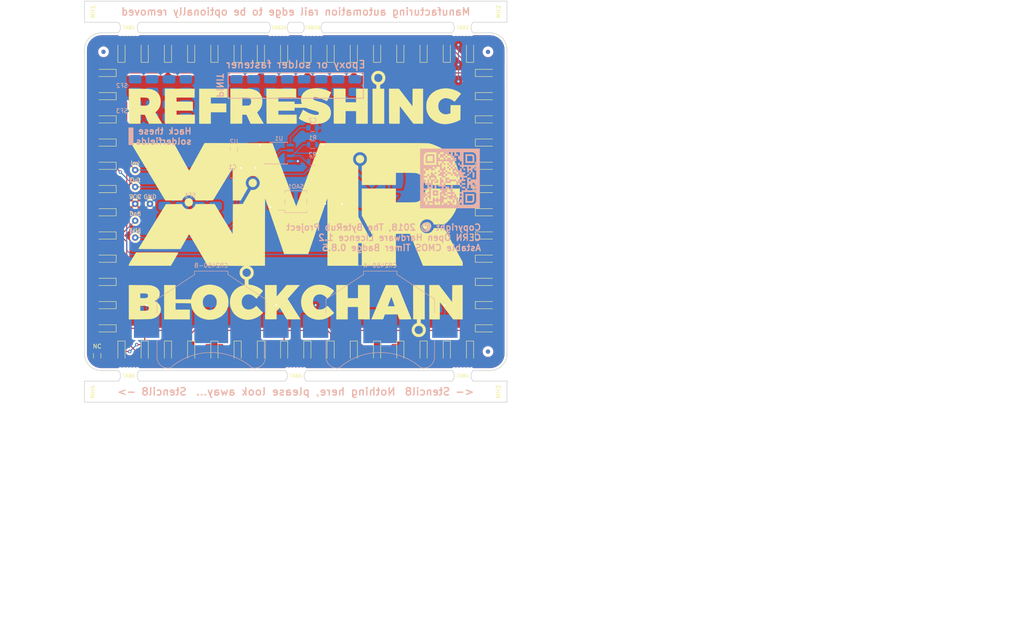
<source format=kicad_pcb>
(kicad_pcb (version 20171130) (host pcbnew 5.0.0+dfsg1-2)
  (title_block (title "AStable Timer LED Badge") (date 2018-12-31) (rev 0.8.5) (company "The ByteRub Project, Hardware Team") (comment 1 "Copyright © 2018, The ByteRub Project") (comment 2 "Releasing a betagrade test edition") (comment 3 "Pending quality assurance testing") (comment 4 "Warning, untested prototype!"))
  (layers (0 F.Cu signal) (31 B.Cu signal) (34 B.Paste user) (35 F.Paste user) (36 B.SilkS user) (37 F.SilkS user) (38 B.Mask user) (39 F.Mask user) (44 Edge.Cuts user))
  (net 0 "")
  (net 1 +3V3)
  (net 2 "Net-(R1-Pad1)")
  (net 3 "Net-(C1-Pad1)")
  (net 4 GND)
  (net 5 "Net-(X1-Pad3)")
  (net 6 "Net-(X1-Pad4)")
  (net 7 "Net-(FID5-Pad~)")
  (net 8 "Net-(FID4-Pad~)")
  (net 9 "Net-(FID3-Pad~)")
  (net 10 "Net-(FID2-Pad~)")
  (net 11 "Net-(FID6-Pad~)")
  (net 12 "Net-(FID1-Pad~)")
  (net 13 "Net-(C2-Pad1)")
  (net 14 "Net-(D1-Pad1)")
  (net 15 "Net-(D10-Pad1)")
  (module ByteRub_Local:BatteryHolder_Keystone_3008_1x2450 (layer B.Cu) (at 110 117 180)
    (fp_text reference CR2450-A (at 0 14.4 180) (layer B.SilkS) (effects (justify mirror)))
    (fp_text value Battery_Cell)
    (pad 2 smd rect (at 0 0 180) (size 8 8) (layers B.Cu B.Mask) (net 4 GND))
    (pad 1 smd rect (at 15.3 0 180) (size 6 5.5) (layers B.Cu B.Paste B.Mask) (net 1 +3V3))
    (pad 1 smd rect (at -15.3 0 180) (size 6 5.5) (layers B.Cu B.Paste B.Mask) (net 1 +3V3))
  )
  (module ByteRub_Local:Panel_Mousetab_25mm_Single (layer F.Cu) (at 94 46.25 270)
    (fp_text reference TAB2B (at 0 0) (layer F.SilkS) (effects (font (size 0.8 0.8) (thickness 0.13))))
    (fp_text value Panel_Mousetab_25mm_Single)
    (pad "" np_thru_hole circle (at 1.35 2 270) (size 0.4 0.4) (drill 0.4) (layers *.Cu))
    (pad "" np_thru_hole circle (at 1.35 1.2 270) (size 0.4 0.4) (drill 0.4) (layers *.Cu))
    (pad "" np_thru_hole circle (at 1.35 0.4 270) (size 0.4 0.4) (drill 0.4) (layers *.Cu))
    (pad "" np_thru_hole circle (at 1.35 -0.4 270) (size 0.4 0.4) (drill 0.4) (layers *.Cu))
    (pad "" np_thru_hole circle (at 1.35 -1.2 270) (size 0.4 0.4) (drill 0.4) (layers *.Cu))
    (pad "" np_thru_hole circle (at 1.35 -2 270) (size 0.4 0.4) (drill 0.4) (layers *.Cu))
  )
  (module ByteRub_Local:Panel_Mousetab_25mm_Single (layer F.Cu) (at 129.5 128.75 90)
    (fp_text reference TAB4 (at 0 0 180) (layer F.SilkS) (effects (font (size 0.8 0.8) (thickness 0.13))))
    (fp_text value Panel_Mousetab_25mm_Single)
    (pad "" np_thru_hole circle (at 1.35 -2 90) (size 0.4 0.4) (drill 0.4) (layers *.Cu))
    (pad "" np_thru_hole circle (at 1.35 -1.2 90) (size 0.4 0.4) (drill 0.4) (layers *.Cu))
    (pad "" np_thru_hole circle (at 1.35 -0.4 90) (size 0.4 0.4) (drill 0.4) (layers *.Cu))
    (pad "" np_thru_hole circle (at 1.35 0.4 90) (size 0.4 0.4) (drill 0.4) (layers *.Cu))
    (pad "" np_thru_hole circle (at 1.35 1.2 90) (size 0.4 0.4) (drill 0.4) (layers *.Cu))
    (pad "" np_thru_hole circle (at 1.35 2 90) (size 0.4 0.4) (drill 0.4) (layers *.Cu))
  )
  (module ByteRub_Local:Panel_Mousetab_25mm_Single (layer F.Cu) (at 90 128.75 90)
    (fp_text reference TAB5 (at 0 0 180) (layer F.SilkS) (effects (font (size 0.8 0.8) (thickness 0.13))))
    (fp_text value Panel_Mousetab_25mm_Single)
    (pad "" np_thru_hole circle (at 1.35 -2 90) (size 0.4 0.4) (drill 0.4) (layers *.Cu))
    (pad "" np_thru_hole circle (at 1.35 -1.2 90) (size 0.4 0.4) (drill 0.4) (layers *.Cu))
    (pad "" np_thru_hole circle (at 1.35 -0.4 90) (size 0.4 0.4) (drill 0.4) (layers *.Cu))
    (pad "" np_thru_hole circle (at 1.35 0.4 90) (size 0.4 0.4) (drill 0.4) (layers *.Cu))
    (pad "" np_thru_hole circle (at 1.35 1.2 90) (size 0.4 0.4) (drill 0.4) (layers *.Cu))
    (pad "" np_thru_hole circle (at 1.35 2 90) (size 0.4 0.4) (drill 0.4) (layers *.Cu))
  )
  (module ByteRub_Local:Panel_Mousetab_25mm_Single (layer F.Cu) (at 50.5 128.75 90)
    (fp_text reference TAB6 (at 0 0 180) (layer F.SilkS) (effects (font (size 0.8 0.8) (thickness 0.13))))
    (fp_text value Panel_Mousetab_25mm_Single)
    (pad "" np_thru_hole circle (at 1.35 -2 90) (size 0.4 0.4) (drill 0.4) (layers *.Cu))
    (pad "" np_thru_hole circle (at 1.35 -1.2 90) (size 0.4 0.4) (drill 0.4) (layers *.Cu))
    (pad "" np_thru_hole circle (at 1.35 -0.4 90) (size 0.4 0.4) (drill 0.4) (layers *.Cu))
    (pad "" np_thru_hole circle (at 1.35 0.4 90) (size 0.4 0.4) (drill 0.4) (layers *.Cu))
    (pad "" np_thru_hole circle (at 1.35 1.2 90) (size 0.4 0.4) (drill 0.4) (layers *.Cu))
    (pad "" np_thru_hole circle (at 1.35 2 90) (size 0.4 0.4) (drill 0.4) (layers *.Cu))
  )
  (module ByteRub_Local:Panel_Mousetab_25mm_Single (layer F.Cu) (at 129.5 46.25 270)
    (fp_text reference TAB3 (at 0 0) (layer F.SilkS) (effects (font (size 0.8 0.8) (thickness 0.13))))
    (fp_text value Panel_Mousetab_25mm_Single)
    (pad "" np_thru_hole circle (at 1.35 -2 270) (size 0.4 0.4) (drill 0.4) (layers *.Cu))
    (pad "" np_thru_hole circle (at 1.35 -1.2 270) (size 0.4 0.4) (drill 0.4) (layers *.Cu))
    (pad "" np_thru_hole circle (at 1.35 -0.4 270) (size 0.4 0.4) (drill 0.4) (layers *.Cu))
    (pad "" np_thru_hole circle (at 1.35 0.4 270) (size 0.4 0.4) (drill 0.4) (layers *.Cu))
    (pad "" np_thru_hole circle (at 1.35 1.2 270) (size 0.4 0.4) (drill 0.4) (layers *.Cu))
    (pad "" np_thru_hole circle (at 1.35 2 270) (size 0.4 0.4) (drill 0.4) (layers *.Cu))
  )
  (module ByteRub_Local:Panel_Mousetab_25mm_Single (layer F.Cu) (at 86 46.25 270)
    (fp_text reference TAB2A (at 0 0) (layer F.SilkS) (effects (font (size 0.8 0.8) (thickness 0.13))))
    (fp_text value Panel_Mousetab_25mm_Single)
    (pad "" np_thru_hole circle (at 1.35 -2 270) (size 0.4 0.4) (drill 0.4) (layers *.Cu))
    (pad "" np_thru_hole circle (at 1.35 -1.2 270) (size 0.4 0.4) (drill 0.4) (layers *.Cu))
    (pad "" np_thru_hole circle (at 1.35 -0.4 270) (size 0.4 0.4) (drill 0.4) (layers *.Cu))
    (pad "" np_thru_hole circle (at 1.35 0.4 270) (size 0.4 0.4) (drill 0.4) (layers *.Cu))
    (pad "" np_thru_hole circle (at 1.35 1.2 270) (size 0.4 0.4) (drill 0.4) (layers *.Cu))
    (pad "" np_thru_hole circle (at 1.35 2 270) (size 0.4 0.4) (drill 0.4) (layers *.Cu))
  )
  (module ByteRub_Local:Panel_Mousetab_25mm_Single (layer F.Cu) (at 50.5 46.25 270)
    (fp_text reference TAB1 (at 0 0) (layer F.SilkS) (effects (font (size 0.8 0.8) (thickness 0.13))))
    (fp_text value Panel_Mousetab_25mm_Single)
    (pad "" np_thru_hole circle (at 1.35 -2 270) (size 0.4 0.4) (drill 0.4) (layers *.Cu))
    (pad "" np_thru_hole circle (at 1.35 -1.2 270) (size 0.4 0.4) (drill 0.4) (layers *.Cu))
    (pad "" np_thru_hole circle (at 1.35 -0.4 270) (size 0.4 0.4) (drill 0.4) (layers *.Cu))
    (pad "" np_thru_hole circle (at 1.35 0.4 270) (size 0.4 0.4) (drill 0.4) (layers *.Cu))
    (pad "" np_thru_hole circle (at 1.35 1.2 270) (size 0.4 0.4) (drill 0.4) (layers *.Cu))
    (pad "" np_thru_hole circle (at 1.35 2 270) (size 0.4 0.4) (drill 0.4) (layers *.Cu))
  )
  (module ByteRub_Local:Fiducial_1mm_Dia_2.54mm (layer B.Cu) (at 44.5 52)
    (fp_text reference FID2 hide)
    (fp_text value FiducialPassermarke-Bot)
    (pad ~ smd circle (at 0 0) (size 1 1) (layers B.Cu B.Mask) (net 10 "Net-(FID2-Pad~)") (clearance 0.77))
  )
  (module ByteRub_Local:Fiducial_1mm_Dia_2.54mm (layer F.Cu) (at 135.5 52)
    (fp_text reference FID3 hide)
    (fp_text value FiducialPassermarke-Top)
    (pad ~ smd circle (at 0 0) (size 1 1) (layers F.Cu F.Mask) (net 9 "Net-(FID3-Pad~)") (clearance 0.77))
  )
  (module ByteRub_Local:Fiducial_1mm_Dia_2.54mm (layer F.Cu) (at 135.5 123)
    (fp_text reference FID5 hide)
    (fp_text value FiducialPassermarke-Top)
    (pad ~ smd circle (at 0 0) (size 1 1) (layers F.Cu F.Mask) (net 7 "Net-(FID5-Pad~)") (clearance 0.77))
  )
  (module ByteRub_Local:Fiducial_1mm_Dia_2.54mm (layer B.Cu) (at 135.5 52)
    (fp_text reference FID4 hide)
    (fp_text value FiducialPassermarke-Bot)
    (pad ~ smd circle (at 0 0) (size 1 1) (layers B.Cu B.Mask) (net 8 "Net-(FID4-Pad~)") (clearance 0.77))
  )
  (module ByteRub_Local:Fiducial_1mm_Dia_2.54mm (layer B.Cu) (at 135.5 123)
    (fp_text reference FID6 hide)
    (fp_text value FiducialPassermarke-Bot)
    (pad ~ smd circle (at 0 0) (size 1 1) (layers B.Cu B.Mask) (net 11 "Net-(FID6-Pad~)") (clearance 0.77))
  )
  (module ByteRub_Local:Fiducial_1mm_Dia_2.54mm (layer F.Cu) (at 44.5 52)
    (fp_text reference FID1 hide)
    (fp_text value FiducialPassermarke-Top)
    (pad ~ smd circle (at 0 0) (size 1 1) (layers F.Cu F.Mask) (net 12 "Net-(FID1-Pad~)") (clearance 0.77))
  )
  (module ByteRub_Local:Kastelospecsqr (layer B.Cu) (at 126.5 82 180)
    (fp_text reference G1 hide)
    (fp_text value QRCOD hide)
  )
  (module ByteRub_Local:MountingHole_2.5mm (layer F.Cu) (at 135 132.5)
    (fp_text reference MH3 (at 3 0 90) (layer F.SilkS))
    (fp_text value MountingHole_2.5mm)
    (pad "" np_thru_hole circle (at 0 0) (size 2.5 2.5) (drill 2.5) (layers *.Cu *.Paste *.Mask))
  )
  (module ByteRub_Local:BatteryHolder_Keystone_3008_1x2450 (layer B.Cu) (at 70 117 180)
    (fp_text reference CR2450-B (at 0 14.4 180) (layer B.SilkS) (effects (justify mirror)))
    (fp_text value Battery_Cell)
    (pad 1 smd rect (at -15.3 0 180) (size 6 5.5) (layers B.Cu B.Paste B.Mask) (net 1 +3V3))
    (pad 1 smd rect (at 15.3 0 180) (size 6 5.5) (layers B.Cu B.Paste B.Mask) (net 1 +3V3))
    (pad 2 smd rect (at 0 0 180) (size 8 8) (layers B.Cu B.Mask) (net 4 GND))
  )
  (module ByteRub_Local:PinHeader_2x02_P2.54mm_Vertical_SMD (layer B.Cu) (at 90 87.5)
    (fp_text reference SAO1 (at 0 -3.6) (layer B.SilkS) (effects (justify mirror)))
    (fp_text value Shitty_conn)
    (pad 4 smd rect (at 2.525 -1.27) (size 3.15 1) (layers B.Cu B.Paste B.Mask) (net 6 "Net-(X1-Pad4)"))
    (pad 3 smd rect (at -2.525 -1.27) (size 3.15 1) (layers B.Cu B.Paste B.Mask) (net 5 "Net-(X1-Pad3)"))
    (pad 2 smd rect (at 2.525 1.27) (size 3.15 1) (layers B.Cu B.Paste B.Mask) (net 4 GND))
    (pad 1 smd rect (at -2.525 1.27) (size 3.15 1) (layers B.Cu B.Paste B.Mask) (net 1 +3V3))
  )
  (module ByteRub_Local:LED_1206 (layer F.Cu) (at 135 106.5)
    (fp_text reference D26 hide)
    (fp_text value LED)
    (pad 1 smd rect (at -1.65 0 180) (size 1.5 1.5) (layers F.Cu F.Paste F.Mask) (net 15 "Net-(D10-Pad1)"))
    (pad 2 smd rect (at 1.65 0 180) (size 1.5 1.5) (layers F.Cu F.Paste F.Mask) (net 1 +3V3))
  )
  (module ByteRub_Local:LED_1206 (layer F.Cu) (at 135 84.5)
    (fp_text reference D22 hide)
    (fp_text value LED)
    (pad 1 smd rect (at -1.65 0 180) (size 1.5 1.5) (layers F.Cu F.Paste F.Mask) (net 15 "Net-(D10-Pad1)"))
    (pad 2 smd rect (at 1.65 0 180) (size 1.5 1.5) (layers F.Cu F.Paste F.Mask) (net 1 +3V3))
  )
  (module ByteRub_Local:LED_1206 (layer F.Cu) (at 135 101)
    (fp_text reference D25 hide)
    (fp_text value LED)
    (pad 1 smd rect (at -1.65 0 180) (size 1.5 1.5) (layers F.Cu F.Paste F.Mask) (net 14 "Net-(D1-Pad1)"))
    (pad 2 smd rect (at 1.65 0 180) (size 1.5 1.5) (layers F.Cu F.Paste F.Mask) (net 1 +3V3))
  )
  (module ByteRub_Local:LED_1206 (layer F.Cu) (at 135 117.5)
    (fp_text reference D28 hide)
    (fp_text value LED)
    (pad 1 smd rect (at -1.65 0 180) (size 1.5 1.5) (layers F.Cu F.Paste F.Mask) (net 15 "Net-(D10-Pad1)"))
    (pad 2 smd rect (at 1.65 0 180) (size 1.5 1.5) (layers F.Cu F.Paste F.Mask) (net 1 +3V3))
  )
  (module ByteRub_Local:LED_1206 (layer F.Cu) (at 135 95.5)
    (fp_text reference D24 hide)
    (fp_text value LED)
    (pad 1 smd rect (at -1.65 0 180) (size 1.5 1.5) (layers F.Cu F.Paste F.Mask) (net 15 "Net-(D10-Pad1)"))
    (pad 2 smd rect (at 1.65 0 180) (size 1.5 1.5) (layers F.Cu F.Paste F.Mask) (net 1 +3V3))
  )
  (module ByteRub_Local:LED_1206 (layer F.Cu) (at 135 90)
    (fp_text reference D23 hide)
    (fp_text value LED)
    (pad 1 smd rect (at -1.65 0 180) (size 1.5 1.5) (layers F.Cu F.Paste F.Mask) (net 14 "Net-(D1-Pad1)"))
    (pad 2 smd rect (at 1.65 0 180) (size 1.5 1.5) (layers F.Cu F.Paste F.Mask) (net 1 +3V3))
  )
  (module ByteRub_Local:LED_1206 (layer F.Cu) (at 135 57)
    (fp_text reference D17 hide)
    (fp_text value LED)
    (pad 2 smd rect (at 1.65 0 180) (size 1.5 1.5) (layers F.Cu F.Paste F.Mask) (net 1 +3V3))
    (pad 1 smd rect (at -1.65 0 180) (size 1.5 1.5) (layers F.Cu F.Paste F.Mask) (net 14 "Net-(D1-Pad1)"))
  )
  (module ByteRub_Local:LED_1206 (layer F.Cu) (at 135 62.5)
    (fp_text reference D18 hide)
    (fp_text value LED)
    (pad 1 smd rect (at -1.65 0 180) (size 1.5 1.5) (layers F.Cu F.Paste F.Mask) (net 15 "Net-(D10-Pad1)"))
    (pad 2 smd rect (at 1.65 0 180) (size 1.5 1.5) (layers F.Cu F.Paste F.Mask) (net 1 +3V3))
  )
  (module ByteRub_Local:LED_1206 (layer F.Cu) (at 135 68)
    (fp_text reference D19 hide)
    (fp_text value LED)
    (pad 1 smd rect (at -1.65 0 180) (size 1.5 1.5) (layers F.Cu F.Paste F.Mask) (net 14 "Net-(D1-Pad1)"))
    (pad 2 smd rect (at 1.65 0 180) (size 1.5 1.5) (layers F.Cu F.Paste F.Mask) (net 1 +3V3))
  )
  (module ByteRub_Local:LED_1206 (layer F.Cu) (at 135 79)
    (fp_text reference D21 hide)
    (fp_text value LED)
    (pad 1 smd rect (at -1.65 0 180) (size 1.5 1.5) (layers F.Cu F.Paste F.Mask) (net 14 "Net-(D1-Pad1)"))
    (pad 2 smd rect (at 1.65 0 180) (size 1.5 1.5) (layers F.Cu F.Paste F.Mask) (net 1 +3V3))
  )
  (module ByteRub_Local:LED_1206 (layer F.Cu) (at 135 112)
    (fp_text reference D27 hide)
    (fp_text value LED)
    (pad 1 smd rect (at -1.65 0 180) (size 1.5 1.5) (layers F.Cu F.Paste F.Mask) (net 14 "Net-(D1-Pad1)"))
    (pad 2 smd rect (at 1.65 0 180) (size 1.5 1.5) (layers F.Cu F.Paste F.Mask) (net 1 +3V3))
  )
  (module ByteRub_Local:LED_1206 (layer F.Cu) (at 135 73.5)
    (fp_text reference D20 hide)
    (fp_text value LED)
    (pad 1 smd rect (at -1.65 0 180) (size 1.5 1.5) (layers F.Cu F.Paste F.Mask) (net 15 "Net-(D10-Pad1)"))
    (pad 2 smd rect (at 1.65 0 180) (size 1.5 1.5) (layers F.Cu F.Paste F.Mask) (net 1 +3V3))
  )
  (module ByteRub_Local:LED_1206 (layer F.Cu) (at 45 117.5 180)
    (fp_text reference D45 hide)
    (fp_text value LED)
    (pad 2 smd rect (at 1.65 0) (size 1.5 1.5) (layers F.Cu F.Paste F.Mask) (net 1 +3V3))
    (pad 1 smd rect (at -1.65 0) (size 1.5 1.5) (layers F.Cu F.Paste F.Mask) (net 14 "Net-(D1-Pad1)"))
  )
  (module ByteRub_Local:LED_1206 (layer F.Cu) (at 45 112 180)
    (fp_text reference D46 hide)
    (fp_text value LED)
    (pad 2 smd rect (at 1.65 0) (size 1.5 1.5) (layers F.Cu F.Paste F.Mask) (net 1 +3V3))
    (pad 1 smd rect (at -1.65 0) (size 1.5 1.5) (layers F.Cu F.Paste F.Mask) (net 15 "Net-(D10-Pad1)"))
  )
  (module ByteRub_Local:LED_1206 (layer F.Cu) (at 45 106.5 180)
    (fp_text reference D47 hide)
    (fp_text value LED)
    (pad 2 smd rect (at 1.65 0) (size 1.5 1.5) (layers F.Cu F.Paste F.Mask) (net 1 +3V3))
    (pad 1 smd rect (at -1.65 0) (size 1.5 1.5) (layers F.Cu F.Paste F.Mask) (net 14 "Net-(D1-Pad1)"))
  )
  (module ByteRub_Local:LED_1206 (layer F.Cu) (at 45 101 180)
    (fp_text reference D48 hide)
    (fp_text value LED)
    (pad 2 smd rect (at 1.65 0) (size 1.5 1.5) (layers F.Cu F.Paste F.Mask) (net 1 +3V3))
    (pad 1 smd rect (at -1.65 0) (size 1.5 1.5) (layers F.Cu F.Paste F.Mask) (net 15 "Net-(D10-Pad1)"))
  )
  (module ByteRub_Local:LED_1206 (layer F.Cu) (at 45 95.5 180)
    (fp_text reference D49 hide)
    (fp_text value LED)
    (pad 2 smd rect (at 1.65 0) (size 1.5 1.5) (layers F.Cu F.Paste F.Mask) (net 1 +3V3))
    (pad 1 smd rect (at -1.65 0) (size 1.5 1.5) (layers F.Cu F.Paste F.Mask) (net 14 "Net-(D1-Pad1)"))
  )
  (module ByteRub_Local:LED_1206 (layer F.Cu) (at 45 90 180)
    (fp_text reference D50 hide)
    (fp_text value LED)
    (pad 2 smd rect (at 1.65 0) (size 1.5 1.5) (layers F.Cu F.Paste F.Mask) (net 1 +3V3))
    (pad 1 smd rect (at -1.65 0) (size 1.5 1.5) (layers F.Cu F.Paste F.Mask) (net 15 "Net-(D10-Pad1)"))
  )
  (module ByteRub_Local:LED_1206 (layer F.Cu) (at 45 84.5 180)
    (fp_text reference D51 hide)
    (fp_text value LED)
    (pad 2 smd rect (at 1.65 0) (size 1.5 1.5) (layers F.Cu F.Paste F.Mask) (net 1 +3V3))
    (pad 1 smd rect (at -1.65 0) (size 1.5 1.5) (layers F.Cu F.Paste F.Mask) (net 14 "Net-(D1-Pad1)"))
  )
  (module ByteRub_Local:LED_1206 (layer F.Cu) (at 45 79 180)
    (fp_text reference D52 hide)
    (fp_text value LED)
    (pad 2 smd rect (at 1.65 0) (size 1.5 1.5) (layers F.Cu F.Paste F.Mask) (net 1 +3V3))
    (pad 1 smd rect (at -1.65 0) (size 1.5 1.5) (layers F.Cu F.Paste F.Mask) (net 15 "Net-(D10-Pad1)"))
  )
  (module ByteRub_Local:LED_1206 (layer F.Cu) (at 45 73.5 180)
    (fp_text reference D53 hide)
    (fp_text value LED)
    (pad 2 smd rect (at 1.65 0) (size 1.5 1.5) (layers F.Cu F.Paste F.Mask) (net 1 +3V3))
    (pad 1 smd rect (at -1.65 0) (size 1.5 1.5) (layers F.Cu F.Paste F.Mask) (net 14 "Net-(D1-Pad1)"))
  )
  (module ByteRub_Local:LED_1206 (layer F.Cu) (at 45 68 180)
    (fp_text reference D54 hide)
    (fp_text value LED)
    (pad 2 smd rect (at 1.65 0) (size 1.5 1.5) (layers F.Cu F.Paste F.Mask) (net 1 +3V3))
    (pad 1 smd rect (at -1.65 0) (size 1.5 1.5) (layers F.Cu F.Paste F.Mask) (net 15 "Net-(D10-Pad1)"))
  )
  (module ByteRub_Local:LED_1206 (layer F.Cu) (at 45 62.5 180)
    (fp_text reference D55 hide)
    (fp_text value LED)
    (pad 2 smd rect (at 1.65 0) (size 1.5 1.5) (layers F.Cu F.Paste F.Mask) (net 1 +3V3))
    (pad 1 smd rect (at -1.65 0) (size 1.5 1.5) (layers F.Cu F.Paste F.Mask) (net 14 "Net-(D1-Pad1)"))
  )
  (module ByteRub_Local:LED_1206 (layer F.Cu) (at 120.25 123 270)
    (fp_text reference D31 hide)
    (fp_text value LED)
    (pad 1 smd rect (at -1.65 0 90) (size 1.5 1.5) (layers F.Cu F.Paste F.Mask) (net 14 "Net-(D1-Pad1)"))
    (pad 2 smd rect (at 1.65 0 90) (size 1.5 1.5) (layers F.Cu F.Paste F.Mask) (net 1 +3V3))
  )
  (module ByteRub_Local:LED_1206 (layer F.Cu) (at 103.75 123 270)
    (fp_text reference D34 hide)
    (fp_text value LED)
    (pad 1 smd rect (at -1.65 0 90) (size 1.5 1.5) (layers F.Cu F.Paste F.Mask) (net 15 "Net-(D10-Pad1)"))
    (pad 2 smd rect (at 1.65 0 90) (size 1.5 1.5) (layers F.Cu F.Paste F.Mask) (net 1 +3V3))
  )
  (module ByteRub_Local:LED_1206 (layer F.Cu) (at 59.75 123 270)
    (fp_text reference D42 hide)
    (fp_text value LED)
    (pad 1 smd rect (at -1.65 0 90) (size 1.5 1.5) (layers F.Cu F.Paste F.Mask) (net 15 "Net-(D10-Pad1)"))
    (pad 2 smd rect (at 1.65 0 90) (size 1.5 1.5) (layers F.Cu F.Paste F.Mask) (net 1 +3V3))
  )
  (module ByteRub_Local:LED_1206 (layer F.Cu) (at 98.25 123 270)
    (fp_text reference D35 hide)
    (fp_text value LED)
    (pad 1 smd rect (at -1.65 0 90) (size 1.5 1.5) (layers F.Cu F.Paste F.Mask) (net 14 "Net-(D1-Pad1)"))
    (pad 2 smd rect (at 1.65 0 90) (size 1.5 1.5) (layers F.Cu F.Paste F.Mask) (net 1 +3V3))
  )
  (module ByteRub_Local:LED_1206 (layer F.Cu) (at 131.25 123 270)
    (fp_text reference D29 hide)
    (fp_text value LED)
    (pad 1 smd rect (at -1.65 0 90) (size 1.5 1.5) (layers F.Cu F.Paste F.Mask) (net 14 "Net-(D1-Pad1)"))
    (pad 2 smd rect (at 1.65 0 90) (size 1.5 1.5) (layers F.Cu F.Paste F.Mask) (net 1 +3V3))
  )
  (module ByteRub_Local:LED_1206 (layer F.Cu) (at 125.75 123 270)
    (fp_text reference D30 hide)
    (fp_text value LED)
    (pad 1 smd rect (at -1.65 0 90) (size 1.5 1.5) (layers F.Cu F.Paste F.Mask) (net 15 "Net-(D10-Pad1)"))
    (pad 2 smd rect (at 1.65 0 90) (size 1.5 1.5) (layers F.Cu F.Paste F.Mask) (net 1 +3V3))
  )
  (module ByteRub_Local:LED_1206 (layer F.Cu) (at 54.25 123 270)
    (fp_text reference D43 hide)
    (fp_text value LED)
    (pad 1 smd rect (at -1.65 0 90) (size 1.5 1.5) (layers F.Cu F.Paste F.Mask) (net 14 "Net-(D1-Pad1)"))
    (pad 2 smd rect (at 1.65 0 90) (size 1.5 1.5) (layers F.Cu F.Paste F.Mask) (net 1 +3V3))
  )
  (module ByteRub_Local:LED_1206 (layer F.Cu) (at 92.75 123 270)
    (fp_text reference D36 hide)
    (fp_text value LED)
    (pad 1 smd rect (at -1.65 0 90) (size 1.5 1.5) (layers F.Cu F.Paste F.Mask) (net 15 "Net-(D10-Pad1)"))
    (pad 2 smd rect (at 1.65 0 90) (size 1.5 1.5) (layers F.Cu F.Paste F.Mask) (net 1 +3V3))
  )
  (module ByteRub_Local:LED_1206 (layer F.Cu) (at 87.25 123 270)
    (fp_text reference D37 hide)
    (fp_text value LED)
    (pad 1 smd rect (at -1.65 0 90) (size 1.5 1.5) (layers F.Cu F.Paste F.Mask) (net 14 "Net-(D1-Pad1)"))
    (pad 2 smd rect (at 1.65 0 90) (size 1.5 1.5) (layers F.Cu F.Paste F.Mask) (net 1 +3V3))
  )
  (module ByteRub_Local:LED_1206 (layer F.Cu) (at 109.25 123 270)
    (fp_text reference D33 hide)
    (fp_text value LED)
    (pad 1 smd rect (at -1.65 0 90) (size 1.5 1.5) (layers F.Cu F.Paste F.Mask) (net 14 "Net-(D1-Pad1)"))
    (pad 2 smd rect (at 1.65 0 90) (size 1.5 1.5) (layers F.Cu F.Paste F.Mask) (net 1 +3V3))
  )
  (module ByteRub_Local:LED_1206 (layer F.Cu) (at 76.25 123 270)
    (fp_text reference D39 hide)
    (fp_text value LED)
    (pad 1 smd rect (at -1.65 0 90) (size 1.5 1.5) (layers F.Cu F.Paste F.Mask) (net 14 "Net-(D1-Pad1)"))
    (pad 2 smd rect (at 1.65 0 90) (size 1.5 1.5) (layers F.Cu F.Paste F.Mask) (net 1 +3V3))
  )
  (module ByteRub_Local:LED_1206 (layer F.Cu) (at 81.75 123 270)
    (fp_text reference D38 hide)
    (fp_text value LED)
    (pad 1 smd rect (at -1.65 0 90) (size 1.5 1.5) (layers F.Cu F.Paste F.Mask) (net 15 "Net-(D10-Pad1)"))
    (pad 2 smd rect (at 1.65 0 90) (size 1.5 1.5) (layers F.Cu F.Paste F.Mask) (net 1 +3V3))
  )
  (module ByteRub_Local:LED_1206 (layer F.Cu) (at 70.75 123 270)
    (fp_text reference D40 hide)
    (fp_text value LED)
    (pad 1 smd rect (at -1.65 0 90) (size 1.5 1.5) (layers F.Cu F.Paste F.Mask) (net 15 "Net-(D10-Pad1)"))
    (pad 2 smd rect (at 1.65 0 90) (size 1.5 1.5) (layers F.Cu F.Paste F.Mask) (net 1 +3V3))
  )
  (module ByteRub_Local:LED_1206 (layer F.Cu) (at 65.25 123 270)
    (fp_text reference D41 hide)
    (fp_text value LED)
    (pad 1 smd rect (at -1.65 0 90) (size 1.5 1.5) (layers F.Cu F.Paste F.Mask) (net 14 "Net-(D1-Pad1)"))
    (pad 2 smd rect (at 1.65 0 90) (size 1.5 1.5) (layers F.Cu F.Paste F.Mask) (net 1 +3V3))
  )
  (module ByteRub_Local:LED_1206 (layer F.Cu) (at 48.75 123 270)
    (fp_text reference D44 hide)
    (fp_text value LED)
    (pad 2 smd rect (at 1.65 0 90) (size 1.5 1.5) (layers F.Cu F.Paste F.Mask) (net 1 +3V3))
    (pad 1 smd rect (at -1.65 0 90) (size 1.5 1.5) (layers F.Cu F.Paste F.Mask) (net 15 "Net-(D10-Pad1)"))
  )
  (module ByteRub_Local:LED_1206 (layer F.Cu) (at 114.75 123 270)
    (fp_text reference D32 hide)
    (fp_text value LED)
    (pad 1 smd rect (at -1.65 0 90) (size 1.5 1.5) (layers F.Cu F.Paste F.Mask) (net 15 "Net-(D10-Pad1)"))
    (pad 2 smd rect (at 1.65 0 90) (size 1.5 1.5) (layers F.Cu F.Paste F.Mask) (net 1 +3V3))
  )
  (module ByteRub_Local:LED_1206 (layer F.Cu) (at 114.75 52 90)
    (fp_text reference D13 hide)
    (fp_text value LED)
    (pad 2 smd rect (at 1.65 0 270) (size 1.5 1.5) (layers F.Cu F.Paste F.Mask) (net 1 +3V3))
    (pad 1 smd rect (at -1.65 0 270) (size 1.5 1.5) (layers F.Cu F.Paste F.Mask) (net 14 "Net-(D1-Pad1)"))
  )
  (module ByteRub_Local:LED_1206 (layer F.Cu) (at 48.75 52 90)
    (fp_text reference D1 hide)
    (fp_text value LED)
    (pad 1 smd rect (at -1.65 0 270) (size 1.5 1.5) (layers F.Cu F.Paste F.Mask) (net 14 "Net-(D1-Pad1)"))
    (pad 2 smd rect (at 1.65 0 270) (size 1.5 1.5) (layers F.Cu F.Paste F.Mask) (net 1 +3V3))
  )
  (module ByteRub_Local:LED_1206 (layer F.Cu) (at 65.25 52 90)
    (fp_text reference D4 hide)
    (fp_text value LED)
    (pad 2 smd rect (at 1.65 0 270) (size 1.5 1.5) (layers F.Cu F.Paste F.Mask) (net 1 +3V3))
    (pad 1 smd rect (at -1.65 0 270) (size 1.5 1.5) (layers F.Cu F.Paste F.Mask) (net 15 "Net-(D10-Pad1)"))
  )
  (module ByteRub_Local:LED_1206 (layer F.Cu) (at 70.75 52 90)
    (fp_text reference D5 hide)
    (fp_text value LED)
    (pad 2 smd rect (at 1.65 0 270) (size 1.5 1.5) (layers F.Cu F.Paste F.Mask) (net 1 +3V3))
    (pad 1 smd rect (at -1.65 0 270) (size 1.5 1.5) (layers F.Cu F.Paste F.Mask) (net 14 "Net-(D1-Pad1)"))
  )
  (module ByteRub_Local:LED_1206 (layer F.Cu) (at 81.75 52 90)
    (fp_text reference D7 hide)
    (fp_text value LED)
    (pad 2 smd rect (at 1.65 0 270) (size 1.5 1.5) (layers F.Cu F.Paste F.Mask) (net 1 +3V3))
    (pad 1 smd rect (at -1.65 0 270) (size 1.5 1.5) (layers F.Cu F.Paste F.Mask) (net 14 "Net-(D1-Pad1)"))
  )
  (module ByteRub_Local:LED_1206 (layer F.Cu) (at 76.25 52 90)
    (fp_text reference D6 hide)
    (fp_text value LED)
    (pad 2 smd rect (at 1.65 0 270) (size 1.5 1.5) (layers F.Cu F.Paste F.Mask) (net 1 +3V3))
    (pad 1 smd rect (at -1.65 0 270) (size 1.5 1.5) (layers F.Cu F.Paste F.Mask) (net 15 "Net-(D10-Pad1)"))
  )
  (module ByteRub_Local:LED_1206 (layer F.Cu) (at 109.25 52 90)
    (fp_text reference D12 hide)
    (fp_text value LED)
    (pad 2 smd rect (at 1.65 0 270) (size 1.5 1.5) (layers F.Cu F.Paste F.Mask) (net 1 +3V3))
    (pad 1 smd rect (at -1.65 0 270) (size 1.5 1.5) (layers F.Cu F.Paste F.Mask) (net 15 "Net-(D10-Pad1)"))
  )
  (module ByteRub_Local:LED_1206 (layer F.Cu) (at 87.25 52 90)
    (fp_text reference D8 hide)
    (fp_text value LED)
    (pad 2 smd rect (at 1.65 0 270) (size 1.5 1.5) (layers F.Cu F.Paste F.Mask) (net 1 +3V3))
    (pad 1 smd rect (at -1.65 0 270) (size 1.5 1.5) (layers F.Cu F.Paste F.Mask) (net 15 "Net-(D10-Pad1)"))
  )
  (module ByteRub_Local:LED_1206 (layer F.Cu) (at 92.75 52 90)
    (fp_text reference D9 hide)
    (fp_text value LED)
    (pad 2 smd rect (at 1.65 0 270) (size 1.5 1.5) (layers F.Cu F.Paste F.Mask) (net 1 +3V3))
    (pad 1 smd rect (at -1.65 0 270) (size 1.5 1.5) (layers F.Cu F.Paste F.Mask) (net 14 "Net-(D1-Pad1)"))
  )
  (module ByteRub_Local:LED_1206 (layer F.Cu) (at 54.25 52 90)
    (fp_text reference D2 hide)
    (fp_text value LED)
    (pad 2 smd rect (at 1.65 0 270) (size 1.5 1.5) (layers F.Cu F.Paste F.Mask) (net 1 +3V3))
    (pad 1 smd rect (at -1.65 0 270) (size 1.5 1.5) (layers F.Cu F.Paste F.Mask) (net 15 "Net-(D10-Pad1)"))
  )
  (module ByteRub_Local:LED_1206 (layer F.Cu) (at 125.75 52 90)
    (fp_text reference D15 hide)
    (fp_text value LED)
    (pad 2 smd rect (at 1.65 0 270) (size 1.5 1.5) (layers F.Cu F.Paste F.Mask) (net 1 +3V3))
    (pad 1 smd rect (at -1.65 0 270) (size 1.5 1.5) (layers F.Cu F.Paste F.Mask) (net 14 "Net-(D1-Pad1)"))
  )
  (module ByteRub_Local:LED_1206 (layer F.Cu) (at 131.25 52 90)
    (fp_text reference D16 hide)
    (fp_text value LED)
    (pad 2 smd rect (at 1.65 0 270) (size 1.5 1.5) (layers F.Cu F.Paste F.Mask) (net 1 +3V3))
    (pad 1 smd rect (at -1.65 0 270) (size 1.5 1.5) (layers F.Cu F.Paste F.Mask) (net 15 "Net-(D10-Pad1)"))
  )
  (module ByteRub_Local:LED_1206 (layer F.Cu) (at 98.25 52 90)
    (fp_text reference D10 hide)
    (fp_text value LED)
    (pad 2 smd rect (at 1.65 0 270) (size 1.5 1.5) (layers F.Cu F.Paste F.Mask) (net 1 +3V3))
    (pad 1 smd rect (at -1.65 0 270) (size 1.5 1.5) (layers F.Cu F.Paste F.Mask) (net 15 "Net-(D10-Pad1)"))
  )
  (module ByteRub_Local:LED_1206 (layer F.Cu) (at 59.75 52 90)
    (fp_text reference D3 hide)
    (fp_text value LED)
    (pad 2 smd rect (at 1.65 0 270) (size 1.5 1.5) (layers F.Cu F.Paste F.Mask) (net 1 +3V3))
    (pad 1 smd rect (at -1.65 0 270) (size 1.5 1.5) (layers F.Cu F.Paste F.Mask) (net 14 "Net-(D1-Pad1)"))
  )
  (module ByteRub_Local:LED_1206 (layer F.Cu) (at 103.75 52 90)
    (fp_text reference D11 hide)
    (fp_text value LED)
    (pad 2 smd rect (at 1.65 0 270) (size 1.5 1.5) (layers F.Cu F.Paste F.Mask) (net 1 +3V3))
    (pad 1 smd rect (at -1.65 0 270) (size 1.5 1.5) (layers F.Cu F.Paste F.Mask) (net 14 "Net-(D1-Pad1)"))
  )
  (module ByteRub_Local:LED_1206 (layer F.Cu) (at 120.25 52 90)
    (fp_text reference D14 hide)
    (fp_text value LED)
    (pad 2 smd rect (at 1.65 0 270) (size 1.5 1.5) (layers F.Cu F.Paste F.Mask) (net 1 +3V3))
    (pad 1 smd rect (at -1.65 0 270) (size 1.5 1.5) (layers F.Cu F.Paste F.Mask) (net 15 "Net-(D10-Pad1)"))
  )
  (module ByteRub_Local:C_0805 (layer B.Cu) (at 75 81 180)
    (fp_text reference C1 (at 0 1.75 180) (layer B.SilkS) (effects (justify mirror)))
    (fp_text value 4,7uF)
    (pad 1 smd rect (at -1 0 180) (size 1 1.25) (layers B.Cu B.Paste B.Mask) (net 3 "Net-(C1-Pad1)"))
    (pad 2 smd rect (at 1 0 180) (size 1 1.25) (layers B.Cu B.Paste B.Mask) (net 4 GND))
  )
  (module ByteRub_Local:LED_1206 (layer F.Cu) (at 45 57 180)
    (fp_text reference D56 hide)
    (fp_text value LED)
    (pad 1 smd rect (at -1.65 0) (size 1.5 1.5) (layers F.Cu F.Paste F.Mask) (net 15 "Net-(D10-Pad1)"))
    (pad 2 smd rect (at 1.65 0) (size 1.5 1.5) (layers F.Cu F.Paste F.Mask) (net 1 +3V3))
  )
  (module ByteRub_Local:R_0805 (layer F.Cu) (at 43 124 270)
    (fp_text reference NC (at -2.25 0) (layer F.SilkS))
    (fp_text value Jumper)
    (pad 2 smd rect (at 0.95 0 270) (size 0.7 1.3) (layers F.Cu F.Paste F.Mask) (net 14 "Net-(D1-Pad1)"))
    (pad 1 smd rect (at -0.95 0 270) (size 0.7 1.3) (layers F.Cu F.Paste F.Mask) (net 15 "Net-(D10-Pad1)"))
  )
  (module ByteRub_Local:35C3Funny (layer F.Cu) (at 90 88)
    (fp_text reference LOGO1 hide)
    (fp_text value 35C3Logo-funny hide)
  )
  (module ByteRub_Local:R_0805 (layer B.Cu) (at 94 74)
    (fp_text reference R1 (at 0 -1.65) (layer B.SilkS) (effects (justify mirror)))
    (fp_text value 10K)
    (pad 2 smd rect (at 0.95 0) (size 0.7 1.3) (layers B.Cu B.Paste B.Mask) (net 1 +3V3))
    (pad 1 smd rect (at -0.95 0) (size 0.7 1.3) (layers B.Cu B.Paste B.Mask) (net 2 "Net-(R1-Pad1)"))
  )
  (module ByteRub_Local:R_0805 (layer B.Cu) (at 94 78)
    (fp_text reference R2 (at 0 -1.65) (layer B.SilkS) (effects (justify mirror)))
    (fp_text value 100K)
    (pad 2 smd rect (at 0.95 0) (size 0.7 1.3) (layers B.Cu B.Paste B.Mask) (net 3 "Net-(C1-Pad1)"))
    (pad 1 smd rect (at -0.95 0) (size 0.7 1.3) (layers B.Cu B.Paste B.Mask) (net 2 "Net-(R1-Pad1)"))
  )
  (module ByteRub_Local:TestPoint_THTPad_D1.5mm_Drill0.7mm (layer F.Cu) (at 52 88)
    (fp_text reference VCC (at 0 -1.648) (layer F.SilkS))
    (fp_text value TEST)
    (pad 1 np_thru_hole circle (at 0 0) (size 1.5 1.5) (drill 0.7) (layers *.Cu *.Mask) (net 1 +3V3))
  )
  (module ByteRub_Local:TestPoint_THTPad_D1.5mm_Drill0.7mm (layer F.Cu) (at 52 92)
    (fp_text reference Dch (at 0 -1.648) (layer F.SilkS))
    (fp_text value TEST)
    (pad 1 np_thru_hole circle (at 0 0) (size 1.5 1.5) (drill 0.7) (layers *.Cu *.Mask) (net 2 "Net-(R1-Pad1)"))
  )
  (module ByteRub_Local:TestPoint_THTPad_D1.5mm_Drill0.7mm (layer F.Cu) (at 52 96)
    (fp_text reference Trig (at 0 -1.648) (layer F.SilkS))
    (fp_text value TEST)
    (pad 1 np_thru_hole circle (at 0 0) (size 1.5 1.5) (drill 0.7) (layers *.Cu *.Mask) (net 3 "Net-(C1-Pad1)"))
  )
  (module ByteRub_Local:SOIC-8_3.9x4.9mm_P1.27mm (layer B.Cu) (at 86 76)
    (fp_text reference U1 (at 0 -3.5) (layer B.SilkS) (effects (justify mirror)))
    (fp_text value TLC555)
    (pad 8 smd rect (at 2.7 1.905) (size 1.55 0.6) (layers B.Cu B.Paste B.Mask) (net 1 +3V3))
    (pad 7 smd rect (at 2.7 0.635) (size 1.55 0.6) (layers B.Cu B.Paste B.Mask) (net 2 "Net-(R1-Pad1)"))
    (pad 6 smd rect (at 2.7 -0.635) (size 1.55 0.6) (layers B.Cu B.Paste B.Mask) (net 3 "Net-(C1-Pad1)"))
    (pad 5 smd rect (at 2.7 -1.905) (size 1.55 0.6) (layers B.Cu B.Paste B.Mask) (net 13 "Net-(C2-Pad1)"))
    (pad 4 smd rect (at -2.7 -1.905) (size 1.55 0.6) (layers B.Cu B.Paste B.Mask) (net 1 +3V3))
    (pad 3 smd rect (at -2.7 -0.635) (size 1.55 0.6) (layers B.Cu B.Paste B.Mask) (net 15 "Net-(D10-Pad1)"))
    (pad 2 smd rect (at -2.7 0.635) (size 1.55 0.6) (layers B.Cu B.Paste B.Mask) (net 3 "Net-(C1-Pad1)"))
    (pad 1 smd rect (at -2.7 1.905) (size 1.55 0.6) (layers B.Cu B.Paste B.Mask) (net 4 GND))
  )
  (module ByteRub_Local:MountingHole_2.5mm (layer F.Cu) (at 45 42.5)
    (fp_text reference MH1 (at -3 0 90) (layer F.SilkS))
    (fp_text value MountingHole_2.5mm)
    (pad "" np_thru_hole circle (at 0 0) (size 2.5 2.5) (drill 2.5) (layers *.Cu *.Paste *.Mask))
  )
  (module ByteRub_Local:MountingHole_2.5mm (layer F.Cu) (at 135 42.5)
    (fp_text reference MH2 (at 3 0 90) (layer F.SilkS))
    (fp_text value MountingHole_2.5mm)
    (pad "" np_thru_hole circle (at 0 0) (size 2.5 2.5) (drill 2.5) (layers *.Cu *.Paste *.Mask))
  )
  (module ByteRub_Local:MountingHole_2.5mm (layer F.Cu) (at 45 132.5)
    (fp_text reference MH4 (at -3 0 90) (layer F.SilkS))
    (fp_text value MountingHole_2.5mm)
    (pad "" np_thru_hole circle (at 0 0) (size 2.5 2.5) (drill 2.5) (layers *.Cu *.Paste *.Mask))
  )
  (module ByteRub_Local:C_0805 (layer B.Cu) (at 94 70)
    (fp_text reference C2 (at 0 -1.75) (layer B.SilkS) (effects (justify mirror)))
    (fp_text value ,01uF)
    (pad 1 smd rect (at -1 0) (size 1 1.25) (layers B.Cu B.Paste B.Mask) (net 13 "Net-(C2-Pad1)"))
    (pad 2 smd rect (at 1 0) (size 1 1.25) (layers B.Cu B.Paste B.Mask) (net 4 GND))
  )
  (module ByteRub_Local:TestPoint_THTPad_D1.5mm_Drill0.7mm (layer F.Cu) (at 52 80)
    (fp_text reference Inv (at 0 -1.648) (layer F.SilkS))
    (fp_text value TEST)
    (pad 1 np_thru_hole circle (at 0 0) (size 1.5 1.5) (drill 0.7) (layers *.Cu *.Mask) (net 14 "Net-(D1-Pad1)"))
  )
  (module ByteRub_Local:TestPoint_THTPad_D1.5mm_Drill0.7mm (layer F.Cu) (at 52 84)
    (fp_text reference Out (at 0 -1.648) (layer F.SilkS))
    (fp_text value TEST)
    (pad 1 np_thru_hole circle (at 0 0) (size 1.5 1.5) (drill 0.7) (layers *.Cu *.Mask) (net 15 "Net-(D10-Pad1)"))
  )
  (module ByteRub_Local:Solderarea (layer B.Cu) (at 65 90 180)
    (fp_text reference SF1 (at 0 4 180) (layer B.SilkS) (effects (justify mirror)))
    (fp_text value Soldfeld)
    (pad 7 smd roundrect (at -2 -1.5 180) (size 3 2) (layers B.Cu B.Mask))
    (pad 8 smd roundrect (at -6 -1.5 180) (size 3 2) (layers B.Cu B.Mask))
    (pad 5 smd roundrect (at 6 -1.5 180) (size 3 2) (layers B.Cu B.Mask))
    (pad 6 smd roundrect (at 2 -1.5 180) (size 3 2) (layers B.Cu B.Mask))
    (pad 4 smd roundrect (at 6 1.5 180) (size 3 2) (layers B.Cu B.Mask))
    (pad 3 smd roundrect (at 2 1.5 180) (size 3 2) (layers B.Cu B.Mask))
    (pad 2 smd roundrect (at -2 1.5 180) (size 3 2) (layers B.Cu B.Mask))
    (pad 1 smd roundrect (at -6 1.5 180) (size 3 2) (layers B.Cu B.Mask))
  )
  (module ByteRub_Local:Solderarea (layer B.Cu) (at 58 60 180)
    (fp_text reference SF2 (at 9.15 0 180) (layer B.SilkS) (effects (justify mirror)))
    (fp_text value Soldfeld)
    (pad 7 smd roundrect (at -2 -1.5 180) (size 3 2) (layers B.Cu B.Mask))
    (pad 8 smd roundrect (at -6 -1.5 180) (size 3 2) (layers B.Cu B.Mask))
    (pad 5 smd roundrect (at 6 -1.5 180) (size 3 2) (layers B.Cu B.Mask))
    (pad 6 smd roundrect (at 2 -1.5 180) (size 3 2) (layers B.Cu B.Mask))
    (pad 4 smd roundrect (at 6 1.5 180) (size 3 2) (layers B.Cu B.Mask))
    (pad 3 smd roundrect (at 2 1.5 180) (size 3 2) (layers B.Cu B.Mask))
    (pad 2 smd roundrect (at -2 1.5 180) (size 3 2) (layers B.Cu B.Mask))
    (pad 1 smd roundrect (at -6 1.5 180) (size 3 2) (layers B.Cu B.Mask))
  )
  (module ByteRub_Local:Solderarea (layer B.Cu) (at 58 66 180)
    (fp_text reference SF3 (at 9.15 0 180) (layer B.SilkS) (effects (justify mirror)))
    (fp_text value Soldfeld)
    (pad 1 smd roundrect (at -6 1.5 180) (size 3 2) (layers B.Cu B.Mask))
    (pad 2 smd roundrect (at -2 1.5 180) (size 3 2) (layers B.Cu B.Mask))
    (pad 3 smd roundrect (at 2 1.5 180) (size 3 2) (layers B.Cu B.Mask))
    (pad 4 smd roundrect (at 6 1.5 180) (size 3 2) (layers B.Cu B.Mask))
    (pad 6 smd roundrect (at 2 -1.5 180) (size 3 2) (layers B.Cu B.Mask))
    (pad 5 smd roundrect (at 6 -1.5 180) (size 3 2) (layers B.Cu B.Mask))
    (pad 8 smd roundrect (at -6 -1.5 180) (size 3 2) (layers B.Cu B.Mask))
    (pad 7 smd roundrect (at -2 -1.5 180) (size 3 2) (layers B.Cu B.Mask))
  )
  (module ByteRub_Local:Fairchild_MicroPak-6_1.0x1.45mm_P0.5mm (layer B.Cu) (at 75.3675 75 90)
    (fp_text reference U2 (at 1.75 0 180) (layer B.SilkS) (effects (justify mirror)))
    (fp_text value NC7SZ04L6X)
    (pad 6 smd rect (at 0.3825 0.5 90) (size 0.49 0.3) (layers B.Cu B.Paste B.Mask) (net 1 +3V3))
    (pad 5 smd rect (at 0.3825 0 90) (size 0.49 0.3) (layers B.Cu B.Paste B.Mask))
    (pad 4 smd rect (at 0.3825 -0.5 90) (size 0.49 0.3) (layers B.Cu B.Paste B.Mask) (net 14 "Net-(D1-Pad1)"))
    (pad 3 smd rect (at -0.3675 -0.5 90) (size 0.52 0.3) (layers B.Cu B.Paste B.Mask) (net 4 GND))
    (pad 2 smd rect (at -0.3675 0 90) (size 0.52 0.3) (layers B.Cu B.Paste B.Mask) (net 15 "Net-(D10-Pad1)"))
    (pad 1 smd rect (at -0.3675 0.5 90) (size 0.52 0.3) (layers B.Cu B.Paste B.Mask))
  )
  (module ByteRub_Local:Solderarea (layer B.Cu) (at 82 60)
    (fp_text reference SF4 hide)
    (fp_text value Soldfeld)
    (pad 1 smd roundrect (at -6 1.5) (size 3 2) (layers B.Cu B.Mask))
    (pad 2 smd roundrect (at -2 1.5) (size 3 2) (layers B.Cu B.Mask))
    (pad 3 smd roundrect (at 2 1.5) (size 3 2) (layers B.Cu B.Mask))
    (pad 4 smd roundrect (at 6 1.5) (size 3 2) (layers B.Cu B.Mask))
    (pad 6 smd roundrect (at 2 -1.5) (size 3 2) (layers B.Cu B.Mask))
    (pad 5 smd roundrect (at 6 -1.5) (size 3 2) (layers B.Cu B.Mask))
    (pad 8 smd roundrect (at -6 -1.5) (size 3 2) (layers B.Cu B.Mask))
    (pad 7 smd roundrect (at -2 -1.5) (size 3 2) (layers B.Cu B.Mask))
  )
  (module ByteRub_Local:Solderarea (layer B.Cu) (at 98 60)
    (fp_text reference SF5 hide)
    (fp_text value Soldfeld)
    (pad 1 smd roundrect (at -6 1.5) (size 3 2) (layers B.Cu B.Mask))
    (pad 2 smd roundrect (at -2 1.5) (size 3 2) (layers B.Cu B.Mask))
    (pad 3 smd roundrect (at 2 1.5) (size 3 2) (layers B.Cu B.Mask))
    (pad 4 smd roundrect (at 6 1.5) (size 3 2) (layers B.Cu B.Mask))
    (pad 6 smd roundrect (at 2 -1.5) (size 3 2) (layers B.Cu B.Mask))
    (pad 5 smd roundrect (at 6 -1.5) (size 3 2) (layers B.Cu B.Mask))
    (pad 8 smd roundrect (at -6 -1.5) (size 3 2) (layers B.Cu B.Mask))
    (pad 7 smd roundrect (at -2 -1.5) (size 3 2) (layers B.Cu B.Mask))
  )
  (module ByteRub_Local:TestPoint_THTPad_D1.5mm_Drill0.7mm (layer F.Cu) (at 55.5 88)
    (fp_text reference GND (at 0 -1.648) (layer F.SilkS))
    (fp_text value TEST)
    (pad 1 np_thru_hole circle (at 0 0) (size 1.5 1.5) (drill 0.7) (layers *.Cu *.Mask) (net 4 GND))
  )
  (module ByteRub_Local:ByteRubball_15mm (layer B.Cu) (at 108 82 180)
    (fp_text reference LOGO2 hide)
    (fp_text value ByteRubball hide)
    (fp_poly (pts (xy 0.399128 7.483281) (xy 0.837955 7.44712) (xy 1.274415 7.385287) (xy 1.707263 7.297783) (xy 2.135252 7.184608) (xy 2.557136 7.045761) (xy 2.971668 6.881242) (xy 3.377602 6.691052) (xy 3.773692 6.47519) (xy 3.845083 6.432866) (xy 4.167301 6.229299) (xy 4.469576 6.016798) (xy 4.757947 5.790631) (xy 5.038455 5.546066) (xy 5.311549 5.283977) (xy 5.626331 4.949018) (xy 5.918362 4.598035) (xy 6.187186 4.23182) (xy 6.432345 3.851169) (xy 6.653384 3.456873) (xy 6.849845 3.049729) (xy 7.021272 2.630529) (xy 7.167207 2.200067) (xy 7.246941 1.91932) (xy 7.347258 1.483546) (xy 7.421166 1.040896) (xy 7.468709 0.593448) (xy 7.489931 0.14328) (xy 7.484878 -0.307532) (xy 7.453595 -0.756911) (xy 7.396126 -1.20278) (xy 7.312517 -1.64306) (xy 7.202812 -2.075675) (xy 7.157367 -2.227763) (xy 7.112628 -2.371603) (xy 4.869503 -2.371603) (xy 4.869503 3.922235) (xy 2.434752 1.487514) (xy 0 -0.947208) (xy -2.434751 1.487514) (xy -4.869502 3.922235) (xy -4.869502 -2.371603) (xy -7.112627 -2.371603) (xy -7.157366 -2.227763) (xy -7.27818 -1.792316) (xy -7.372087 -1.350228) (xy -7.439049 -0.902976) (xy -7.479024 -0.452039) (xy -7.491975 0.001106) (xy -7.47786 0.454982) (xy -7.436641 0.908111) (xy -7.368276 1.359016) (xy -7.272728 1.806218) (xy -7.266522 1.831326) (xy -7.143821 2.266586) (xy -6.995309 2.691756) (xy -6.821724 3.105842) (xy -6.623807 3.507848) (xy -6.402299 3.896779) (xy -6.157938 4.271639) (xy -5.891466 4.631433) (xy -5.603622 4.975167) (xy -5.295146 5.301843) (xy -4.966778 5.610468) (xy -4.619259 5.900045) (xy -4.253328 6.169581) (xy -3.869725 6.418078) (xy -3.845083 6.432946) (xy -3.451143 6.653502) (xy -3.047106 6.848387) (xy -2.634219 7.017599) (xy -2.213726 7.16114) (xy -1.786876 7.27901) (xy -1.354913 7.371207) (xy -0.919085 7.437733) (xy -0.480638 7.478587) (xy -0.040818 7.49377) (xy 0.399128 7.483281)) (layer B.Cu) (width 0.01))
    (fp_poly (pts (xy 3.255691 -3.887183) (xy 4.828905 -3.887183) (xy 5.074678 -3.887215) (xy 5.293858 -3.887323) (xy 5.487914 -3.887529) (xy 5.658319 -3.88785) (xy 5.806546 -3.888308) (xy 5.934065 -3.888921) (xy 6.042349 -3.88971) (xy 6.132868 -3.890694) (xy 6.207096 -3.891892) (xy 6.266504 -3.893324) (xy 6.312564 -3.895011) (xy 6.346746 -3.896971) (xy 6.370524 -3.899225) (xy 6.38537 -3.901791) (xy 6.392753 -3.904691) (xy 6.394148 -3.907942) (xy 6.394089 -3.908108) (xy 6.383885 -3.926614) (xy 6.361006 -3.963925) (xy 6.328328 -4.015482) (xy 6.288724 -4.076723) (xy 6.264896 -4.113089) (xy 6.003822 -4.484288) (xy 5.720234 -4.839409) (xy 5.415436 -5.177222) (xy 5.09073 -5.496495) (xy 4.747421 -5.795996) (xy 4.386813 -6.074494) (xy 4.010209 -6.330758) (xy 3.747831 -6.490421) (xy 3.639424 -6.551045) (xy 3.512194 -6.618379) (xy 3.372745 -6.689213) (xy 3.227681 -6.760339) (xy 3.083604 -6.828548) (xy 2.947119 -6.89063) (xy 2.824828 -6.943377) (xy 2.769407 -6.965904) (xy 2.363033 -7.113444) (xy 1.950442 -7.236675) (xy 1.52851 -7.336351) (xy 1.094116 -7.413229) (xy 0.729724 -7.459439) (xy 0.668589 -7.464535) (xy 0.585914 -7.469445) (xy 0.486342 -7.474061) (xy 0.374519 -7.478274) (xy 0.255088 -7.481977) (xy 0.132695 -7.48506) (xy 0.011983 -7.487417) (xy -0.102403 -7.488939) (xy -0.205819 -7.489516) (xy -0.293621 -7.489043) (xy -0.361163 -7.487409) (xy -0.392928 -7.485598) (xy -0.43097 -7.482489) (xy -0.489373 -7.47774) (xy -0.560521 -7.471972) (xy -0.636799 -7.4658) (xy -0.645525 -7.465095) (xy -1.083655 -7.415756) (xy -1.519736 -7.339083) (xy -1.95185 -7.235807) (xy -2.378077 -7.106662) (xy -2.796498 -6.952378) (xy -3.205196 -6.773687) (xy -3.60225 -6.571323) (xy -3.985742 -6.346016) (xy -4.353754 -6.098498) (xy -4.4886 -5.999178) (xy -4.817413 -5.73805) (xy -5.12298 -5.468013) (xy -5.409767 -5.184601) (xy -5.682242 -4.883348) (xy -5.94487 -4.559786) (xy -5.999177 -4.488601) (xy -6.047972 -4.422748) (xy -6.101778 -4.348065) (xy -6.15792 -4.268486) (xy -6.21372 -4.187944) (xy -6.266504 -4.110373) (xy -6.313594 -4.039707) (xy -6.352316 -3.979879) (xy -6.379992 -3.934823) (xy -6.393947 -3.908473) (xy -6.394089 -3.908108) (xy -6.392945 -3.904838) (xy -6.385882 -3.901923) (xy -6.371429 -3.899341) (xy -6.348113 -3.897072) (xy -6.314463 -3.895098) (xy -6.269007 -3.893399) (xy -6.210274 -3.891955) (xy -6.136791 -3.890746) (xy -6.047087 -3.889753) (xy -5.939689 -3.888955) (xy -5.813127 -3.888334) (xy -5.665928 -3.887869) (xy -5.496621 -3.887541) (xy -5.303733 -3.887331) (xy -5.085794 -3.887218) (xy -4.84133 -3.887183) (xy -3.25569 -3.887183) (xy -3.25569 0.09117) (xy 0 -3.16443) (xy 1.627846 -1.53663) (xy 3.255691 0.09117) (xy 3.255691 -3.887183)) (layer B.Cu) (width 0.01))
  )
  (gr_poly (pts (xy 51.5 74) (xy 50.5 74) (xy 50.5 70) (xy 51.5 70)) (layer B.SilkS) (width 0.15))
  (gr_line (start 88.5 47.5) (end 91.5 47.5) (layer Edge.Cuts) (width 0.15))
  (gr_line (start 88.5 45) (end 91.5 45) (layer Edge.Cuts) (width 0.15))
  (gr_arc (start 90.25 46.25) (end 91.5 45) (angle 90) (layer Edge.Cuts) (width 0.15))
  (gr_arc (start 97.75 46.25) (end 96.5 47.5) (angle 90) (layer Edge.Cuts) (width 0.15))
  (gr_text "Hack these\nsolderfields" (at 65.5 72) (layer B.SilkS) (effects (font (size 1.5 1.5) (thickness 0.3)) (justify left mirror)))
  (gr_text "Epoxy or solder fastener" (at 90 55) (layer B.SilkS) (effects (font (size 1.75 1.75) (thickness 0.3)) (justify mirror)))
  (gr_text Trig (at 52 94.35) (layer B.SilkS) (effects (font (size 1 1)) (justify mirror)))
  (gr_text Dch (at 52 90.35) (layer B.SilkS) (effects (font (size 1 1)) (justify mirror)))
  (gr_text GND (at 55.5 86.35) (layer B.SilkS) (effects (font (size 1 1)) (justify mirror)))
  (gr_text VCC (at 52 86.35) (layer B.SilkS) (effects (font (size 1 1)) (justify mirror)))
  (gr_text Out (at 52 82.35) (layer B.SilkS) (effects (font (size 1 1)) (justify mirror)))
  (gr_text Inv (at 52 78.35) (layer B.SilkS) (effects (font (size 1 1)) (justify mirror)))
  (gr_text "Nothing here, please look away..." (at 90 132.5) (layer B.SilkS) (effects (font (size 1.75 1.85) (thickness 0.3)) (justify mirror)))
  (gr_text "<- Stencil8" (at 124 132.5) (layer B.SilkS) (effects (font (size 1.75 1.75) (thickness 0.3)) (justify mirror)))
  (gr_text "Stencil8 ->" (at 56 132.5) (layer B.SilkS) (effects (font (size 1.75 1.75) (thickness 0.3)) (justify mirror)))
  (gr_text "Manufacturing automation rail edge to be optionally removed" (at 90 42.5) (layer B.SilkS) (effects (font (size 1.75 1.75) (thickness 0.3)) (justify mirror)))
  (gr_text PINIT (at 72 60 270) (layer B.SilkS) (effects (font (size 1.5 1.5) (thickness 0.3)) (justify mirror)))
  (gr_line (start 74 63) (end 74 57) (layer B.SilkS) (width 0.2))
  (gr_line (start 106 63) (end 74 63) (layer B.SilkS) (width 0.2))
  (gr_line (start 106 57) (end 106 63) (layer B.SilkS) (width 0.2))
  (gr_line (start 74 57) (end 106 57) (layer B.SilkS) (width 0.2))
  (gr_text "Copyright © 2018, The ByteRub Project\nCERN Open Hardware Licence 1.2\nAstable CMOS Timer Badge 0.8.5" (at 134 96) (layer B.SilkS) (effects (font (size 1.5 1.5) (thickness 0.3)) (justify left mirror)))
  (gr_arc (start 46.75 128.75) (end 48 127.5) (angle 90) (layer Edge.Cuts) (width 0.15))
  (gr_arc (start 54.25 128.75) (end 53 130) (angle 90) (layer Edge.Cuts) (width 0.15))
  (gr_arc (start 93.75 128.75) (end 92.5 130) (angle 90) (layer Edge.Cuts) (width 0.15))
  (gr_arc (start 86.25 128.75) (end 87.5 127.5) (angle 90) (layer Edge.Cuts) (width 0.15))
  (gr_arc (start 125.75 128.75) (end 127 127.5) (angle 90) (layer Edge.Cuts) (width 0.15))
  (gr_arc (start 133.25 128.75) (end 132 130) (angle 90) (layer Edge.Cuts) (width 0.15))
  (gr_arc (start 125.75 46.25) (end 127 45) (angle 90) (layer Edge.Cuts) (width 0.15))
  (gr_arc (start 133.25 46.25) (end 132 47.5) (angle 90) (layer Edge.Cuts) (width 0.15))
  (gr_arc (start 89.75 46.25) (end 88.5 47.5) (angle 90) (layer Edge.Cuts) (width 0.15))
  (gr_arc (start 82.25 46.25) (end 83.5 45) (angle 90) (layer Edge.Cuts) (width 0.15))
  (gr_arc (start 46.75 46.25) (end 48 45) (angle 90) (layer Edge.Cuts) (width 0.15))
  (gr_arc (start 54.25 46.25) (end 53 47.5) (angle 90) (layer Edge.Cuts) (width 0.15))
  (gr_line (start 48 127.5) (end 44 127.5) (angle 90) (layer Edge.Cuts) (width 0.15))
  (gr_line (start 87.5 127.5) (end 53 127.5) (angle 90) (layer Edge.Cuts) (width 0.15))
  (gr_line (start 127 127.5) (end 92.5 127.5) (angle 90) (layer Edge.Cuts) (width 0.15))
  (gr_line (start 136 127.5) (end 132 127.5) (angle 90) (layer Edge.Cuts) (width 0.15))
  (gr_line (start 40 135) (end 40 130) (angle 90) (layer Edge.Cuts) (width 0.15))
  (gr_line (start 40 135) (end 140 135) (angle 90) (layer Edge.Cuts) (width 0.15))
  (gr_line (start 140 130) (end 140 135) (angle 90) (layer Edge.Cuts) (width 0.15))
  (gr_line (start 140 130) (end 132 130) (angle 90) (layer Edge.Cuts) (width 0.15))
  (gr_line (start 40 130) (end 48 130) (angle 90) (layer Edge.Cuts) (width 0.15))
  (gr_line (start 53 130) (end 87.5 130) (angle 90) (layer Edge.Cuts) (width 0.15))
  (gr_line (start 92.5 130) (end 127 130) (angle 90) (layer Edge.Cuts) (width 0.15))
  (gr_line (start 96.5 47.5) (end 127 47.5) (angle 90) (layer Edge.Cuts) (width 0.15))
  (gr_line (start 53 47.5) (end 83.5 47.5) (angle 90) (layer Edge.Cuts) (width 0.15))
  (gr_line (start 96.5 45) (end 127 45) (angle 90) (layer Edge.Cuts) (width 0.15))
  (gr_line (start 53 45) (end 83.5 45) (angle 90) (layer Edge.Cuts) (width 0.15))
  (gr_line (start 48 47.5) (end 44 47.5) (angle 90) (layer Edge.Cuts) (width 0.15))
  (gr_line (start 40 45) (end 48 45) (angle 90) (layer Edge.Cuts) (width 0.15))
  (gr_line (start 132 47.5) (end 136 47.5) (angle 90) (layer Edge.Cuts) (width 0.15))
  (gr_line (start 140 45) (end 132 45) (angle 90) (layer Edge.Cuts) (width 0.15))
  (gr_line (start 140 40) (end 140 45) (angle 90) (layer Edge.Cuts) (width 0.15))
  (gr_line (start 40 40) (end 140 40) (angle 90) (layer Edge.Cuts) (width 0.15))
  (gr_line (start 40 45) (end 40 40) (angle 90) (layer Edge.Cuts) (width 0.15))
  (gr_line (start 140 51.5) (end 140 123.5) (angle 90) (layer Edge.Cuts) (width 0.15))
  (gr_line (start 40 51.5) (end 40 123.5) (angle 90) (layer Edge.Cuts) (width 0.15))
  (gr_arc (start 44 123.5) (end 44 127.5) (angle 90) (layer Edge.Cuts) (width 0.15))
  (gr_arc (start 136 123.5) (end 140 123.5) (angle 90) (layer Edge.Cuts) (width 0.15))
  (gr_arc (start 44 51.5) (end 40 51.5) (angle 90) (layer Edge.Cuts) (width 0.15))
  (gr_arc (start 136 51.5) (end 136 47.5) (angle 90) (layer Edge.Cuts) (width 0.15))
  (via (at 81.5 74.1) (size 0.8) (drill 0.4) (layers F.Cu B.Cu) (net 1))
  (segment (start 83.3 74.095) (end 81.505 74.095) (width 0.25) (layer B.Cu) (net 1))
  (segment (start 81.505 74.095) (end 81.5 74.1) (width 0.25) (layer B.Cu) (net 1))
  (via (at 90.5 77.9) (size 0.8) (drill 0.4) (layers F.Cu B.Cu) (net 1))
  (segment (start 88.7 77.905) (end 90.495 77.905) (width 0.25) (layer B.Cu) (net 1))
  (segment (start 90.495 77.905) (end 90.5 77.9) (width 0.25) (layer B.Cu) (net 1))
  (via (at 96.5 74) (size 0.8) (drill 0.4) (layers F.Cu B.Cu) (net 1))
  (segment (start 94.95 74) (end 96.5 74) (width 0.25) (layer B.Cu) (net 1))
  (via (at 84 88.77) (size 0.8) (drill 0.4) (layers F.Cu B.Cu) (net 1))
  (segment (start 87.475 88.77) (end 84 88.77) (width 0.25) (layer B.Cu) (net 1))
  (via (at 54.7 112) (size 0.8) (drill 0.4) (layers F.Cu B.Cu) (net 1))
  (segment (start 54.7 117) (end 54.7 112) (width 0.25) (layer B.Cu) (net 1))
  (via (at 85.3 112) (size 0.8) (drill 0.4) (layers F.Cu B.Cu) (net 1))
  (segment (start 85.3 117) (end 85.3 112) (width 0.25) (layer B.Cu) (net 1))
  (via (at 128.5 50.35) (size 0.8) (drill 0.4) (layers F.Cu B.Cu) (net 1))
  (segment (start 131.25 50.35) (end 128.5 50.35) (width 0.25) (layer F.Cu) (net 1))
  (via (at 128.5 59) (size 0.8) (drill 0.4) (layers F.Cu B.Cu) (net 1))
  (segment (start 128.5 50.35) (end 128.5 55) (width 0.25) (layer B.Cu) (net 1))
  (segment (start 128.5 55) (end 128.5 59) (width 0.25) (layer B.Cu) (net 1))
  (via (at 128.5 55) (size 0.8) (drill 0.4) (layers F.Cu B.Cu) (net 1))
  (segment (start 75.8675 74.6175) (end 78.4825 74.6175) (width 0.25) (layer B.Cu) (net 1))
  (segment (start 79 74.1) (end 81.5 74.1) (width 0.25) (layer B.Cu) (net 1))
  (segment (start 78.4825 74.6175) (end 79 74.1) (width 0.25) (layer B.Cu) (net 1))
  (via (at 94.7 112) (size 0.8) (drill 0.4) (layers F.Cu B.Cu) (net 1))
  (segment (start 94.7 117) (end 94.7 112) (width 0.25) (layer B.Cu) (net 1))
  (via (at 125.3 112) (size 0.8) (drill 0.4) (layers F.Cu B.Cu) (net 1))
  (segment (start 125.3 117) (end 125.3 112) (width 0.25) (layer B.Cu) (net 1))
  (segment (start 50 94) (end 50 99) (width 0.25) (layer B.Cu) (net 2))
  (segment (start 52 92) (end 50 94) (width 0.25) (layer B.Cu) (net 2))
  (segment (start 50 99) (end 51 100) (width 0.25) (layer B.Cu) (net 2))
  (segment (start 51 100) (end 98 100) (width 0.25) (layer B.Cu) (net 2))
  (segment (start 98 100) (end 99 99) (width 0.25) (layer B.Cu) (net 2))
  (segment (start 99 99) (end 99 77) (width 0.25) (layer B.Cu) (net 2))
  (segment (start 99 77) (end 98 76) (width 0.25) (layer B.Cu) (net 2))
  (segment (start 88.7 76.635) (end 89.175 76.635) (width 0.25) (layer B.Cu) (net 2))
  (segment (start 91.81 74) (end 93.05 74) (width 0.25) (layer B.Cu) (net 2))
  (segment (start 91.085 76.635) (end 89.175 76.635) (width 0.25) (layer B.Cu) (net 2))
  (segment (start 92.45 78) (end 91.085 76.635) (width 0.25) (layer B.Cu) (net 2))
  (segment (start 93.05 78) (end 92.45 78) (width 0.25) (layer B.Cu) (net 2))
  (segment (start 98 76) (end 89.81 76) (width 0.25) (layer B.Cu) (net 2))
  (segment (start 89.175 76.635) (end 89.81 76) (width 0.25) (layer B.Cu) (net 2))
  (segment (start 89.81 76) (end 91.81 74) (width 0.25) (layer B.Cu) (net 2))
  (segment (start 83.3 76.635) (end 81.865 76.635) (width 0.25) (layer B.Cu) (net 3))
  (segment (start 81.865 76.635) (end 77.5 81) (width 0.25) (layer B.Cu) (net 3))
  (segment (start 76 81) (end 77.5 81) (width 0.25) (layer B.Cu) (net 3))
  (segment (start 88.7 75.365) (end 86.635 75.365) (width 0.25) (layer B.Cu) (net 3))
  (segment (start 86.635 75.365) (end 85.365 76.635) (width 0.25) (layer B.Cu) (net 3))
  (segment (start 83.3 76.635) (end 85.365 76.635) (width 0.25) (layer B.Cu) (net 3))
  (segment (start 77.5 81) (end 91.95 81) (width 0.25) (layer B.Cu) (net 3))
  (segment (start 91.95 81) (end 94.95 78) (width 0.25) (layer B.Cu) (net 3))
  (segment (start 76 92) (end 76 81) (width 0.25) (layer B.Cu) (net 3))
  (segment (start 52 96) (end 72 96) (width 0.25) (layer B.Cu) (net 3))
  (segment (start 72 96) (end 76 92) (width 0.25) (layer B.Cu) (net 3))
  (via (at 97 88) (size 0.8) (drill 0.4) (layers F.Cu B.Cu) (net 4))
  (segment (start 97 88) (end 101 88) (width 0.25) (layer F.Cu) (net 4))
  (via (at 101 88) (size 0.8) (drill 0.4) (layers F.Cu B.Cu) (net 4))
  (via (at 80.5 79.5) (size 0.8) (drill 0.4) (layers F.Cu B.Cu) (net 4))
  (segment (start 83.3 77.905) (end 82.095 77.905) (width 0.25) (layer B.Cu) (net 4))
  (segment (start 82.095 77.905) (end 80.5 79.5) (width 0.25) (layer B.Cu) (net 4))
  (segment (start 80.5 79.5) (end 77 79.5) (width 0.25) (layer F.Cu) (net 4))
  (via (at 77 79.5) (size 0.8) (drill 0.4) (layers F.Cu B.Cu) (net 4))
  (segment (start 75.5 79.5) (end 74 81) (width 0.25) (layer B.Cu) (net 4))
  (segment (start 75.5 79.5) (end 77 79.5) (width 0.25) (layer B.Cu) (net 4))
  (segment (start 74.8675 75.3675) (end 74.1325 75.3675) (width 0.25) (layer B.Cu) (net 4))
  (segment (start 74.1325 75.3675) (end 71.5 78) (width 0.25) (layer B.Cu) (net 4))
  (segment (start 91 70) (end 93 70) (width 0.25) (layer B.Cu) (net 13))
  (segment (start 88.7 74.095) (end 88.7 72.3) (width 0.25) (layer B.Cu) (net 13))
  (segment (start 88.7 72.3) (end 91 70) (width 0.25) (layer B.Cu) (net 13))
  (segment (start 131.25 119.25) (end 131.25 121.35) (width 0.25) (layer F.Cu) (net 14))
  (segment (start 130 118) (end 131.25 119.25) (width 0.25) (layer F.Cu) (net 14))
  (segment (start 130 118) (end 121 118) (width 0.25) (layer F.Cu) (net 14))
  (segment (start 120.25 118.75) (end 120.25 121.35) (width 0.25) (layer F.Cu) (net 14))
  (segment (start 121 118) (end 120.25 118.75) (width 0.25) (layer F.Cu) (net 14))
  (segment (start 120.25 118.75) (end 119.5 118) (width 0.25) (layer F.Cu) (net 14))
  (segment (start 119.5 118) (end 110 118) (width 0.25) (layer F.Cu) (net 14))
  (segment (start 109.25 118.75) (end 109.25 121.35) (width 0.25) (layer F.Cu) (net 14))
  (segment (start 110 118) (end 109.25 118.75) (width 0.25) (layer F.Cu) (net 14))
  (segment (start 109.25 118.75) (end 108.5 118) (width 0.25) (layer F.Cu) (net 14))
  (segment (start 108.5 118) (end 99 118) (width 0.25) (layer F.Cu) (net 14))
  (segment (start 98.25 118.75) (end 98.25 121.35) (width 0.25) (layer F.Cu) (net 14))
  (segment (start 99 118) (end 98.25 118.75) (width 0.25) (layer F.Cu) (net 14))
  (segment (start 98.25 118.75) (end 97.5 118) (width 0.25) (layer F.Cu) (net 14))
  (segment (start 97.5 118) (end 88 118) (width 0.25) (layer F.Cu) (net 14))
  (segment (start 87.25 118.75) (end 87.25 121.35) (width 0.25) (layer F.Cu) (net 14))
  (segment (start 88 118) (end 87.25 118.75) (width 0.25) (layer F.Cu) (net 14))
  (segment (start 87.25 118.75) (end 86.5 118) (width 0.25) (layer F.Cu) (net 14))
  (segment (start 86.5 118) (end 77 118) (width 0.25) (layer F.Cu) (net 14))
  (segment (start 76.25 118.75) (end 76.25 121.35) (width 0.25) (layer F.Cu) (net 14))
  (segment (start 77 118) (end 76.25 118.75) (width 0.25) (layer F.Cu) (net 14))
  (segment (start 76.25 118.75) (end 75.5 118) (width 0.25) (layer F.Cu) (net 14))
  (segment (start 75.5 118) (end 66 118) (width 0.25) (layer F.Cu) (net 14))
  (segment (start 65.25 118.75) (end 65.25 121.35) (width 0.25) (layer F.Cu) (net 14))
  (segment (start 66 118) (end 65.25 118.75) (width 0.25) (layer F.Cu) (net 14))
  (segment (start 65.25 118.75) (end 64.5 118) (width 0.25) (layer F.Cu) (net 14))
  (segment (start 64.5 118) (end 55 118) (width 0.25) (layer F.Cu) (net 14))
  (segment (start 54.25 118.75) (end 54.25 121.35) (width 0.25) (layer F.Cu) (net 14))
  (segment (start 55 118) (end 54.25 118.75) (width 0.25) (layer F.Cu) (net 14))
  (segment (start 54.25 118.75) (end 53 117.5) (width 0.25) (layer F.Cu) (net 14))
  (segment (start 48.5 106.5) (end 46.65 106.5) (width 0.25) (layer F.Cu) (net 14))
  (segment (start 50 108) (end 48.5 106.5) (width 0.25) (layer F.Cu) (net 14))
  (segment (start 50 116) (end 50 108) (width 0.25) (layer F.Cu) (net 14))
  (segment (start 48.5 106.5) (end 50 105) (width 0.25) (layer F.Cu) (net 14))
  (segment (start 50 105) (end 50 97) (width 0.25) (layer F.Cu) (net 14))
  (segment (start 48.5 95.5) (end 46.65 95.5) (width 0.25) (layer F.Cu) (net 14))
  (segment (start 50 97) (end 48.5 95.5) (width 0.25) (layer F.Cu) (net 14))
  (segment (start 48.5 95.5) (end 50 94) (width 0.25) (layer F.Cu) (net 14))
  (segment (start 50 94) (end 50 86) (width 0.25) (layer F.Cu) (net 14))
  (segment (start 48.5 84.5) (end 46.65 84.5) (width 0.25) (layer F.Cu) (net 14))
  (segment (start 50 86) (end 48.5 84.5) (width 0.25) (layer F.Cu) (net 14))
  (segment (start 48.5 84.5) (end 50 83) (width 0.25) (layer F.Cu) (net 14))
  (segment (start 48.5 73.5) (end 46.65 73.5) (width 0.25) (layer F.Cu) (net 14))
  (segment (start 50 75) (end 48.5 73.5) (width 0.25) (layer F.Cu) (net 14))
  (segment (start 48.5 73.5) (end 50 72) (width 0.25) (layer F.Cu) (net 14))
  (segment (start 50 72) (end 50 64) (width 0.25) (layer F.Cu) (net 14))
  (segment (start 48.5 62.5) (end 46.65 62.5) (width 0.25) (layer F.Cu) (net 14))
  (segment (start 50 64) (end 48.5 62.5) (width 0.25) (layer F.Cu) (net 14))
  (segment (start 48.314998 123) (end 50.7 123) (width 0.25) (layer F.Cu) (net 14))
  (segment (start 43 124.95) (end 46.364998 124.95) (width 0.25) (layer F.Cu) (net 14))
  (segment (start 46.364998 124.95) (end 48.314998 123) (width 0.25) (layer F.Cu) (net 14))
  (via (at 52.35 121.35) (size 0.8) (drill 0.4) (layers F.Cu B.Cu) (net 14))
  (segment (start 52.35 121.35) (end 50.7 123) (width 0.25) (layer B.Cu) (net 14))
  (segment (start 50.7 123) (end 50.7 123) (width 0.25) (layer F.Cu) (net 14))
  (via (at 50.7 123) (size 0.8) (drill 0.4) (layers F.Cu B.Cu) (net 14))
  (segment (start 52.35 121.35) (end 54.25 121.35) (width 0.25) (layer F.Cu) (net 14))
  (segment (start 52 80) (end 50 78) (width 0.25) (layer F.Cu) (net 14))
  (segment (start 50 83) (end 50 78) (width 0.25) (layer F.Cu) (net 14))
  (segment (start 50 78) (end 50 75) (width 0.25) (layer F.Cu) (net 14))
  (segment (start 48.75 53.65) (end 48.75 55.75) (width 0.25) (layer F.Cu) (net 14))
  (segment (start 59.75 55.75) (end 59.75 53.65) (width 0.25) (layer F.Cu) (net 14))
  (segment (start 58.5 57) (end 59.75 55.75) (width 0.25) (layer F.Cu) (net 14))
  (segment (start 50 57) (end 58.5 57) (width 0.25) (layer F.Cu) (net 14))
  (segment (start 48.75 55.75) (end 50 57) (width 0.25) (layer F.Cu) (net 14))
  (segment (start 69.5 57) (end 70.75 55.75) (width 0.25) (layer F.Cu) (net 14))
  (segment (start 59.75 55.75) (end 61 57) (width 0.25) (layer F.Cu) (net 14))
  (segment (start 70.75 55.75) (end 70.75 53.65) (width 0.25) (layer F.Cu) (net 14))
  (segment (start 61 57) (end 69.5 57) (width 0.25) (layer F.Cu) (net 14))
  (segment (start 81.75 55.75) (end 81.75 53.65) (width 0.25) (layer F.Cu) (net 14))
  (segment (start 80.5 57) (end 81.75 55.75) (width 0.25) (layer F.Cu) (net 14))
  (segment (start 70.75 55.75) (end 72 57) (width 0.25) (layer F.Cu) (net 14))
  (segment (start 72 57) (end 80.5 57) (width 0.25) (layer F.Cu) (net 14))
  (segment (start 92.75 55.75) (end 92.75 53.65) (width 0.25) (layer F.Cu) (net 14))
  (segment (start 91.5 57) (end 92.75 55.75) (width 0.25) (layer F.Cu) (net 14))
  (segment (start 81.75 55.75) (end 83 57) (width 0.25) (layer F.Cu) (net 14))
  (segment (start 83 57) (end 91.5 57) (width 0.25) (layer F.Cu) (net 14))
  (segment (start 103.75 55.75) (end 103.75 53.65) (width 0.25) (layer F.Cu) (net 14))
  (segment (start 92.75 55.75) (end 94 57) (width 0.25) (layer F.Cu) (net 14))
  (segment (start 102.5 57) (end 103.75 55.75) (width 0.25) (layer F.Cu) (net 14))
  (segment (start 94 57) (end 102.5 57) (width 0.25) (layer F.Cu) (net 14))
  (segment (start 113.5 57) (end 114.75 55.75) (width 0.25) (layer F.Cu) (net 14))
  (segment (start 103.75 55.75) (end 105 57) (width 0.25) (layer F.Cu) (net 14))
  (segment (start 114.75 55.75) (end 114.75 53.65) (width 0.25) (layer F.Cu) (net 14))
  (segment (start 105 57) (end 113.5 57) (width 0.25) (layer F.Cu) (net 14))
  (segment (start 125.75 55.75) (end 125.75 53.65) (width 0.25) (layer F.Cu) (net 14))
  (segment (start 124.5 57) (end 125.75 55.75) (width 0.25) (layer F.Cu) (net 14))
  (segment (start 114.75 55.75) (end 116 57) (width 0.25) (layer F.Cu) (net 14))
  (segment (start 116 57) (end 124.5 57) (width 0.25) (layer F.Cu) (net 14))
  (segment (start 127 57) (end 133.35 57) (width 0.25) (layer F.Cu) (net 14))
  (segment (start 125.75 55.75) (end 127 57) (width 0.25) (layer F.Cu) (net 14))
  (segment (start 131 68) (end 133.35 68) (width 0.25) (layer F.Cu) (net 14))
  (segment (start 133.35 57) (end 131 57) (width 0.25) (layer F.Cu) (net 14))
  (segment (start 130 67) (end 131 68) (width 0.25) (layer F.Cu) (net 14))
  (segment (start 130 58) (end 130 67) (width 0.25) (layer F.Cu) (net 14))
  (segment (start 131 57) (end 130 58) (width 0.25) (layer F.Cu) (net 14))
  (segment (start 131 68) (end 130 69) (width 0.25) (layer F.Cu) (net 14))
  (segment (start 130 69) (end 130 78) (width 0.25) (layer F.Cu) (net 14))
  (segment (start 131 79) (end 133.35 79) (width 0.25) (layer F.Cu) (net 14))
  (segment (start 130 78) (end 131 79) (width 0.25) (layer F.Cu) (net 14))
  (segment (start 131 79) (end 130 80) (width 0.25) (layer F.Cu) (net 14))
  (segment (start 130 80) (end 130 89) (width 0.25) (layer F.Cu) (net 14))
  (segment (start 131 90) (end 133.35 90) (width 0.25) (layer F.Cu) (net 14))
  (segment (start 130 89) (end 131 90) (width 0.25) (layer F.Cu) (net 14))
  (segment (start 131 90) (end 130 91) (width 0.25) (layer F.Cu) (net 14))
  (segment (start 130 91) (end 130 100) (width 0.25) (layer F.Cu) (net 14))
  (segment (start 131 101) (end 133.35 101) (width 0.25) (layer F.Cu) (net 14))
  (segment (start 130 100) (end 131 101) (width 0.25) (layer F.Cu) (net 14))
  (segment (start 131 101) (end 130 102) (width 0.25) (layer F.Cu) (net 14))
  (segment (start 130 102) (end 130 111) (width 0.25) (layer F.Cu) (net 14))
  (segment (start 131 112) (end 133.35 112) (width 0.25) (layer F.Cu) (net 14))
  (segment (start 130 111) (end 131 112) (width 0.25) (layer F.Cu) (net 14))
  (segment (start 53 117.5) (end 46.65 117.5) (width 0.25) (layer F.Cu) (net 14))
  (segment (start 48.5 117.5) (end 50 116) (width 0.25) (layer F.Cu) (net 14))
  (segment (start 46.65 117.5) (end 48.5 117.5) (width 0.25) (layer F.Cu) (net 14))
  (segment (start 130 113) (end 130 118) (width 0.25) (layer F.Cu) (net 14))
  (segment (start 131 112) (end 130 113) (width 0.25) (layer F.Cu) (net 14))
  (segment (start 74.8675 74.6175) (end 71.3825 74.6175) (width 0.25) (layer B.Cu) (net 14))
  (segment (start 52 80) (end 66 80) (width 0.25) (layer B.Cu) (net 14))
  (segment (start 71.3825 74.6175) (end 66 80) (width 0.25) (layer B.Cu) (net 14))
  (segment (start 63.4 53.65) (end 65.25 53.65) (width 0.25) (layer F.Cu) (net 15))
  (segment (start 61.75 52) (end 63.4 53.65) (width 0.25) (layer F.Cu) (net 15))
  (segment (start 58 52) (end 61.75 52) (width 0.25) (layer F.Cu) (net 15))
  (segment (start 54.25 53.65) (end 56.35 53.65) (width 0.25) (layer F.Cu) (net 15))
  (segment (start 56.35 53.65) (end 58 52) (width 0.25) (layer F.Cu) (net 15))
  (segment (start 74.15 53.65) (end 76.25 53.65) (width 0.25) (layer F.Cu) (net 15))
  (segment (start 69 52) (end 72.5 52) (width 0.25) (layer F.Cu) (net 15))
  (segment (start 72.5 52) (end 74.15 53.65) (width 0.25) (layer F.Cu) (net 15))
  (segment (start 65.25 53.65) (end 67.35 53.65) (width 0.25) (layer F.Cu) (net 15))
  (segment (start 67.35 53.65) (end 69 52) (width 0.25) (layer F.Cu) (net 15))
  (segment (start 85.4 53.65) (end 87.25 53.65) (width 0.25) (layer F.Cu) (net 15))
  (segment (start 80 52) (end 83.75 52) (width 0.25) (layer F.Cu) (net 15))
  (segment (start 83.75 52) (end 85.4 53.65) (width 0.25) (layer F.Cu) (net 15))
  (segment (start 76.25 53.65) (end 78.35 53.65) (width 0.25) (layer F.Cu) (net 15))
  (segment (start 78.35 53.65) (end 80 52) (width 0.25) (layer F.Cu) (net 15))
  (segment (start 96.4 53.65) (end 98.25 53.65) (width 0.25) (layer F.Cu) (net 15))
  (segment (start 94.75 52) (end 96.4 53.65) (width 0.25) (layer F.Cu) (net 15))
  (segment (start 91 52) (end 94.75 52) (width 0.25) (layer F.Cu) (net 15))
  (segment (start 87.25 53.65) (end 89.35 53.65) (width 0.25) (layer F.Cu) (net 15))
  (segment (start 89.35 53.65) (end 91 52) (width 0.25) (layer F.Cu) (net 15))
  (segment (start 101.75 52) (end 105.75 52) (width 0.25) (layer F.Cu) (net 15))
  (segment (start 107.4 53.65) (end 109.25 53.65) (width 0.25) (layer F.Cu) (net 15))
  (segment (start 105.75 52) (end 107.4 53.65) (width 0.25) (layer F.Cu) (net 15))
  (segment (start 98.25 53.65) (end 100.1 53.65) (width 0.25) (layer F.Cu) (net 15))
  (segment (start 100.1 53.65) (end 101.75 52) (width 0.25) (layer F.Cu) (net 15))
  (segment (start 118.4 53.65) (end 120.25 53.65) (width 0.25) (layer F.Cu) (net 15))
  (segment (start 116.75 52) (end 118.4 53.65) (width 0.25) (layer F.Cu) (net 15))
  (segment (start 109.25 53.65) (end 111.1 53.65) (width 0.25) (layer F.Cu) (net 15))
  (segment (start 112.75 52) (end 116.75 52) (width 0.25) (layer F.Cu) (net 15))
  (segment (start 111.1 53.65) (end 112.75 52) (width 0.25) (layer F.Cu) (net 15))
  (segment (start 127.75 52) (end 129.4 53.65) (width 0.25) (layer F.Cu) (net 15))
  (segment (start 123.75 52) (end 127.75 52) (width 0.25) (layer F.Cu) (net 15))
  (segment (start 129.4 53.65) (end 131.25 53.65) (width 0.25) (layer F.Cu) (net 15))
  (segment (start 120.25 53.65) (end 122.1 53.65) (width 0.25) (layer F.Cu) (net 15))
  (segment (start 122.1 53.65) (end 123.75 52) (width 0.25) (layer F.Cu) (net 15))
  (segment (start 133.35 62.5) (end 133.35 64.35) (width 0.25) (layer F.Cu) (net 15))
  (segment (start 133.35 64.35) (end 135 66) (width 0.25) (layer F.Cu) (net 15))
  (segment (start 135 66) (end 135 70) (width 0.25) (layer F.Cu) (net 15))
  (segment (start 133.35 71.65) (end 133.35 73.5) (width 0.25) (layer F.Cu) (net 15))
  (segment (start 135 70) (end 133.35 71.65) (width 0.25) (layer F.Cu) (net 15))
  (segment (start 133.35 61.15) (end 133.35 62.5) (width 0.25) (layer F.Cu) (net 15))
  (segment (start 134.75 59.75) (end 133.35 61.15) (width 0.25) (layer F.Cu) (net 15))
  (segment (start 137.75 59.75) (end 134.75 59.75) (width 0.25) (layer F.Cu) (net 15))
  (segment (start 133.65 53.65) (end 134.5 54.5) (width 0.25) (layer F.Cu) (net 15))
  (segment (start 131.25 53.65) (end 133.65 53.65) (width 0.25) (layer F.Cu) (net 15))
  (segment (start 134.5 54.5) (end 137.75 54.5) (width 0.25) (layer F.Cu) (net 15))
  (segment (start 138.75 55.5) (end 138.75 58.75) (width 0.25) (layer F.Cu) (net 15))
  (segment (start 137.75 54.5) (end 138.75 55.5) (width 0.25) (layer F.Cu) (net 15))
  (segment (start 138.75 58.75) (end 137.75 59.75) (width 0.25) (layer F.Cu) (net 15))
  (segment (start 133.35 82.65) (end 133.35 84.5) (width 0.25) (layer F.Cu) (net 15))
  (segment (start 135 81) (end 133.35 82.65) (width 0.25) (layer F.Cu) (net 15))
  (segment (start 135 77) (end 135 81) (width 0.25) (layer F.Cu) (net 15))
  (segment (start 133.35 73.5) (end 133.35 75.35) (width 0.25) (layer F.Cu) (net 15))
  (segment (start 133.35 75.35) (end 135 77) (width 0.25) (layer F.Cu) (net 15))
  (segment (start 133.35 93.65) (end 133.35 95.5) (width 0.25) (layer F.Cu) (net 15))
  (segment (start 135 92) (end 133.35 93.65) (width 0.25) (layer F.Cu) (net 15))
  (segment (start 135 88) (end 135 92) (width 0.25) (layer F.Cu) (net 15))
  (segment (start 133.35 84.5) (end 133.35 86.35) (width 0.25) (layer F.Cu) (net 15))
  (segment (start 133.35 86.35) (end 135 88) (width 0.25) (layer F.Cu) (net 15))
  (segment (start 133.35 104.65) (end 133.35 106.5) (width 0.25) (layer F.Cu) (net 15))
  (segment (start 135 99) (end 135 103) (width 0.25) (layer F.Cu) (net 15))
  (segment (start 135 103) (end 133.35 104.65) (width 0.25) (layer F.Cu) (net 15))
  (segment (start 133.35 95.5) (end 133.35 97.35) (width 0.25) (layer F.Cu) (net 15))
  (segment (start 133.35 97.35) (end 135 99) (width 0.25) (layer F.Cu) (net 15))
  (segment (start 135 114) (end 133.35 115.65) (width 0.25) (layer F.Cu) (net 15))
  (segment (start 135 110) (end 135 114) (width 0.25) (layer F.Cu) (net 15))
  (segment (start 133.35 115.65) (end 133.35 117.5) (width 0.25) (layer F.Cu) (net 15))
  (segment (start 133.35 106.5) (end 133.35 108.35) (width 0.25) (layer F.Cu) (net 15))
  (segment (start 133.35 108.35) (end 135 110) (width 0.25) (layer F.Cu) (net 15))
  (segment (start 132.5 123) (end 129.5 123) (width 0.25) (layer F.Cu) (net 15))
  (segment (start 127.85 121.35) (end 125.75 121.35) (width 0.25) (layer F.Cu) (net 15))
  (segment (start 129.5 123) (end 127.85 121.35) (width 0.25) (layer F.Cu) (net 15))
  (segment (start 133.35 117.5) (end 133.35 122.15) (width 0.25) (layer F.Cu) (net 15))
  (segment (start 133.35 122.15) (end 132.5 123) (width 0.25) (layer F.Cu) (net 15))
  (segment (start 116.6 121.35) (end 114.75 121.35) (width 0.25) (layer F.Cu) (net 15))
  (segment (start 118.25 123) (end 116.6 121.35) (width 0.25) (layer F.Cu) (net 15))
  (segment (start 122.25 123) (end 118.25 123) (width 0.25) (layer F.Cu) (net 15))
  (segment (start 125.75 121.35) (end 123.9 121.35) (width 0.25) (layer F.Cu) (net 15))
  (segment (start 123.9 121.35) (end 122.25 123) (width 0.25) (layer F.Cu) (net 15))
  (segment (start 105.6 121.35) (end 103.75 121.35) (width 0.25) (layer F.Cu) (net 15))
  (segment (start 107.25 123) (end 105.6 121.35) (width 0.25) (layer F.Cu) (net 15))
  (segment (start 111.25 123) (end 107.25 123) (width 0.25) (layer F.Cu) (net 15))
  (segment (start 114.75 121.35) (end 112.9 121.35) (width 0.25) (layer F.Cu) (net 15))
  (segment (start 112.9 121.35) (end 111.25 123) (width 0.25) (layer F.Cu) (net 15))
  (segment (start 94.6 121.35) (end 92.75 121.35) (width 0.25) (layer F.Cu) (net 15))
  (segment (start 100.25 123) (end 96.25 123) (width 0.25) (layer F.Cu) (net 15))
  (segment (start 96.25 123) (end 94.6 121.35) (width 0.25) (layer F.Cu) (net 15))
  (segment (start 103.75 121.35) (end 101.9 121.35) (width 0.25) (layer F.Cu) (net 15))
  (segment (start 101.9 121.35) (end 100.25 123) (width 0.25) (layer F.Cu) (net 15))
  (segment (start 85.5 123) (end 83.85 121.35) (width 0.25) (layer F.Cu) (net 15))
  (segment (start 89.25 123) (end 85.5 123) (width 0.25) (layer F.Cu) (net 15))
  (segment (start 83.85 121.35) (end 81.75 121.35) (width 0.25) (layer F.Cu) (net 15))
  (segment (start 92.75 121.35) (end 90.9 121.35) (width 0.25) (layer F.Cu) (net 15))
  (segment (start 90.9 121.35) (end 89.25 123) (width 0.25) (layer F.Cu) (net 15))
  (segment (start 74.25 123) (end 72.6 121.35) (width 0.25) (layer F.Cu) (net 15))
  (segment (start 78 123) (end 74.25 123) (width 0.25) (layer F.Cu) (net 15))
  (segment (start 81.75 121.35) (end 79.65 121.35) (width 0.25) (layer F.Cu) (net 15))
  (segment (start 72.6 121.35) (end 70.75 121.35) (width 0.25) (layer F.Cu) (net 15))
  (segment (start 79.65 121.35) (end 78 123) (width 0.25) (layer F.Cu) (net 15))
  (segment (start 61.85 121.35) (end 59.75 121.35) (width 0.25) (layer F.Cu) (net 15))
  (segment (start 67.25 123) (end 63.5 123) (width 0.25) (layer F.Cu) (net 15))
  (segment (start 70.75 121.35) (end 68.9 121.35) (width 0.25) (layer F.Cu) (net 15))
  (segment (start 63.5 123) (end 61.85 121.35) (width 0.25) (layer F.Cu) (net 15))
  (segment (start 68.9 121.35) (end 67.25 123) (width 0.25) (layer F.Cu) (net 15))
  (segment (start 56.25 123) (end 52.25 123) (width 0.25) (layer F.Cu) (net 15))
  (segment (start 59.75 121.35) (end 57.9 121.35) (width 0.25) (layer F.Cu) (net 15))
  (segment (start 50.6 121.35) (end 48.75 121.35) (width 0.25) (layer F.Cu) (net 15))
  (segment (start 52.25 123) (end 50.6 121.35) (width 0.25) (layer F.Cu) (net 15))
  (segment (start 57.9 121.35) (end 56.25 123) (width 0.25) (layer F.Cu) (net 15))
  (segment (start 45 115.5) (end 46.65 113.85) (width 0.25) (layer F.Cu) (net 15))
  (segment (start 45 118.6) (end 45 115.5) (width 0.25) (layer F.Cu) (net 15))
  (segment (start 46.65 113.85) (end 46.65 112) (width 0.25) (layer F.Cu) (net 15))
  (segment (start 48.75 121.35) (end 47.75 121.35) (width 0.25) (layer F.Cu) (net 15))
  (segment (start 47.75 121.35) (end 45 118.6) (width 0.25) (layer F.Cu) (net 15))
  (segment (start 46.65 102.85) (end 46.65 101) (width 0.25) (layer F.Cu) (net 15))
  (segment (start 45 108.5) (end 45 104.5) (width 0.25) (layer F.Cu) (net 15))
  (segment (start 45 104.5) (end 46.65 102.85) (width 0.25) (layer F.Cu) (net 15))
  (segment (start 46.65 112) (end 46.65 110.15) (width 0.25) (layer F.Cu) (net 15))
  (segment (start 46.65 110.15) (end 45 108.5) (width 0.25) (layer F.Cu) (net 15))
  (segment (start 46.65 91.85) (end 46.65 90) (width 0.25) (layer F.Cu) (net 15))
  (segment (start 45 97.5) (end 45 93.5) (width 0.25) (layer F.Cu) (net 15))
  (segment (start 45 93.5) (end 46.65 91.85) (width 0.25) (layer F.Cu) (net 15))
  (segment (start 46.65 101) (end 46.65 99.15) (width 0.25) (layer F.Cu) (net 15))
  (segment (start 46.65 99.15) (end 45 97.5) (width 0.25) (layer F.Cu) (net 15))
  (segment (start 46.65 80.85) (end 46.65 79) (width 0.25) (layer F.Cu) (net 15))
  (segment (start 45 82.5) (end 46.65 80.85) (width 0.25) (layer F.Cu) (net 15))
  (segment (start 46.65 90) (end 46.65 88.15) (width 0.25) (layer F.Cu) (net 15))
  (segment (start 45 86.5) (end 45 82.5) (width 0.25) (layer F.Cu) (net 15))
  (segment (start 46.65 88.15) (end 45 86.5) (width 0.25) (layer F.Cu) (net 15))
  (segment (start 45 71.5) (end 46.65 69.85) (width 0.25) (layer F.Cu) (net 15))
  (segment (start 46.65 69.85) (end 46.65 68) (width 0.25) (layer F.Cu) (net 15))
  (segment (start 46.65 79) (end 46.65 77.15) (width 0.25) (layer F.Cu) (net 15))
  (segment (start 45 75.5) (end 45 71.5) (width 0.25) (layer F.Cu) (net 15))
  (segment (start 46.65 77.15) (end 45 75.5) (width 0.25) (layer F.Cu) (net 15))
  (segment (start 46.65 58.85) (end 46.65 57) (width 0.25) (layer F.Cu) (net 15))
  (segment (start 45 60.5) (end 46.65 58.85) (width 0.25) (layer F.Cu) (net 15))
  (segment (start 45 64.5) (end 45 60.5) (width 0.25) (layer F.Cu) (net 15))
  (segment (start 46.65 68) (end 46.65 66.15) (width 0.25) (layer F.Cu) (net 15))
  (segment (start 46.65 66.15) (end 45 64.5) (width 0.25) (layer F.Cu) (net 15))
  (segment (start 43 120.6) (end 43 123.05) (width 0.25) (layer F.Cu) (net 15))
  (segment (start 45 118.6) (end 43 120.6) (width 0.25) (layer F.Cu) (net 15))
  (via (at 48.5 80.5) (size 0.8) (drill 0.4) (layers F.Cu B.Cu) (net 15))
  (segment (start 52 84) (end 48.5 80.5) (width 0.25) (layer B.Cu) (net 15))
  (segment (start 47 79) (end 46.65 79) (width 0.25) (layer F.Cu) (net 15))
  (segment (start 48.5 80.5) (end 47 79) (width 0.25) (layer F.Cu) (net 15))
  (segment (start 81.635 75.365) (end 83.3 75.365) (width 0.25) (layer B.Cu) (net 15))
  (segment (start 79 78) (end 81.635 75.365) (width 0.25) (layer B.Cu) (net 15))
  (segment (start 76.5 78) (end 79 78) (width 0.25) (layer B.Cu) (net 15))
  (segment (start 75.3675 75.3675) (end 75.3675 76.8675) (width 0.25) (layer B.Cu) (net 15))
  (segment (start 75.3675 76.8675) (end 76.5 78) (width 0.25) (layer B.Cu) (net 15))
  (segment (start 68.235 84) (end 75.3675 76.8675) (width 0.25) (layer B.Cu) (net 15))
  (segment (start 52 84) (end 68.235 84) (width 0.25) (layer B.Cu) (net 15))
  (zone (net 1) (net_name +3V3) (layer F.Cu) (connect_pads (clearance 0.508)) (min_thickness 0.254) (fill yes (arc_segments 16) (thermal_gap 0.508) (thermal_bridge_width 0.508))
    (polygon (pts (xy 40 47.5) (xy 140 47.5) (xy 140 127.5) (xy 40 127.5)))
  )
  (zone (net 4) (net_name GND) (layer B.Cu) (connect_pads (clearance 0.508)) (min_thickness 0.254) (fill yes (arc_segments 16) (thermal_gap 0.508) (thermal_bridge_width 0.508))
    (polygon (pts (xy 40 47.5) (xy 140 47.5) (xy 140 127.5) (xy 40 127.5)))
  )
)
</source>
